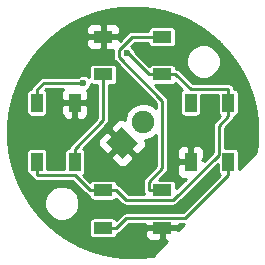
<source format=gtl>
G04 #@! TF.FileFunction,Copper,L1,Top,Signal*
%FSLAX46Y46*%
G04 Gerber Fmt 4.6, Leading zero omitted, Abs format (unit mm)*
G04 Created by KiCad (PCBNEW 4.0.4-stable) date 10/29/16 17:51:51*
%MOMM*%
%LPD*%
G01*
G04 APERTURE LIST*
%ADD10C,0.100000*%
%ADD11R,1.000000X1.600000*%
%ADD12R,1.600000X1.000000*%
%ADD13C,1.900000*%
%ADD14C,0.600000*%
%ADD15C,0.250000*%
%ADD16C,0.254000*%
G04 APERTURE END LIST*
D10*
D11*
X139100000Y-58500000D03*
X135900000Y-58500000D03*
X139100000Y-63500000D03*
X135900000Y-63500000D03*
D12*
X141500000Y-52900000D03*
X141500000Y-56100000D03*
X146500000Y-52900000D03*
X146500000Y-56100000D03*
X146500000Y-69100000D03*
X146500000Y-65900000D03*
X141500000Y-69100000D03*
X141500000Y-65900000D03*
D11*
X148900000Y-63500000D03*
X152100000Y-63500000D03*
X148900000Y-58500000D03*
X152100000Y-58500000D03*
D10*
G36*
X144478858Y-61935355D02*
X143135355Y-63278858D01*
X141721142Y-61864645D01*
X143064645Y-60521142D01*
X144478858Y-61935355D01*
X144478858Y-61935355D01*
G37*
D13*
X144896051Y-60103949D03*
D14*
X144000000Y-70000000D03*
X149000000Y-61000000D03*
X139810900Y-56810800D03*
X143502200Y-54296400D03*
D15*
X146500000Y-69100000D02*
X144900000Y-69100000D01*
X144900000Y-69100000D02*
X144000000Y-70000000D01*
X148900000Y-63500000D02*
X148900000Y-61100000D01*
X148900000Y-61100000D02*
X149000000Y-61000000D01*
X136463900Y-56810800D02*
X135900000Y-57374700D01*
X139810900Y-56810800D02*
X136463900Y-56810800D01*
X135900000Y-58500000D02*
X135900000Y-57374700D01*
X141500000Y-59974700D02*
X139100000Y-62374700D01*
X141500000Y-56100000D02*
X141500000Y-59974700D01*
X139100000Y-63500000D02*
X139100000Y-62374700D01*
X148900000Y-57374700D02*
X147625300Y-56100000D01*
X152100000Y-57374700D02*
X148900000Y-57374700D01*
X146500000Y-56100000D02*
X147625300Y-56100000D01*
X139100000Y-64625300D02*
X135900000Y-64625300D01*
X140374700Y-65900000D02*
X139100000Y-64625300D01*
X141500000Y-65900000D02*
X140374700Y-65900000D01*
X135900000Y-63500000D02*
X135900000Y-64625300D01*
X152100000Y-57937300D02*
X152100000Y-57374700D01*
X152100000Y-57937300D02*
X152100000Y-58500000D01*
X143450600Y-66725300D02*
X142625300Y-65900000D01*
X147434800Y-66725300D02*
X143450600Y-66725300D01*
X151274700Y-62885400D02*
X147434800Y-66725300D01*
X151274700Y-60450600D02*
X151274700Y-62885400D01*
X152100000Y-59625300D02*
X151274700Y-60450600D01*
X152100000Y-58500000D02*
X152100000Y-59625300D01*
X141500000Y-65900000D02*
X142625300Y-65900000D01*
X143571100Y-54296400D02*
X145374700Y-56100000D01*
X143502200Y-54296400D02*
X143571100Y-54296400D01*
X146500000Y-56100000D02*
X145374700Y-56100000D01*
X143980300Y-52900000D02*
X146500000Y-52900000D01*
X142829700Y-54050600D02*
X143980300Y-52900000D01*
X142829700Y-54649300D02*
X142829700Y-54050600D01*
X146500000Y-58319600D02*
X142829700Y-54649300D01*
X146500000Y-64052600D02*
X146500000Y-58319600D01*
X145374700Y-65177900D02*
X146500000Y-64052600D01*
X145374700Y-65900000D02*
X145374700Y-65177900D01*
X146500000Y-65900000D02*
X145374700Y-65900000D01*
X143450600Y-68274700D02*
X142625300Y-69100000D01*
X148450600Y-68274700D02*
X143450600Y-68274700D01*
X152100000Y-64625300D02*
X148450600Y-68274700D01*
X152100000Y-63500000D02*
X152100000Y-64625300D01*
X141500000Y-69100000D02*
X142625300Y-69100000D01*
D16*
G36*
X144064625Y-50440228D02*
X144128177Y-50440796D01*
X144191503Y-50441739D01*
X144254868Y-50443061D01*
X144318338Y-50444763D01*
X144381540Y-50446835D01*
X144445191Y-50449303D01*
X144508346Y-50452128D01*
X144571737Y-50455342D01*
X144635076Y-50458933D01*
X144698497Y-50462908D01*
X144761574Y-50467239D01*
X144825031Y-50471977D01*
X144888130Y-50477067D01*
X144951449Y-50482556D01*
X145014666Y-50488416D01*
X145077663Y-50494636D01*
X145140900Y-50501261D01*
X145203973Y-50508250D01*
X145266957Y-50515610D01*
X145330068Y-50523368D01*
X145393009Y-50531488D01*
X145456027Y-50540001D01*
X145518894Y-50548877D01*
X145581838Y-50558149D01*
X145644547Y-50567770D01*
X145707253Y-50577775D01*
X145770034Y-50588179D01*
X145832634Y-50598940D01*
X145895321Y-50610102D01*
X145957943Y-50621641D01*
X146020193Y-50633498D01*
X146082699Y-50645793D01*
X146145099Y-50658458D01*
X146207468Y-50671507D01*
X146269770Y-50684935D01*
X146331734Y-50698680D01*
X146394102Y-50712909D01*
X146456041Y-50727433D01*
X146517892Y-50742332D01*
X146579953Y-50757676D01*
X146641585Y-50773311D01*
X146703561Y-50789431D01*
X146765032Y-50805818D01*
X146826538Y-50822612D01*
X146888285Y-50839875D01*
X146949634Y-50857427D01*
X147010937Y-50875369D01*
X147072125Y-50893681D01*
X147133182Y-50912355D01*
X147194363Y-50931477D01*
X147255292Y-50950926D01*
X147316227Y-50970786D01*
X147376821Y-50990942D01*
X147437468Y-51011527D01*
X147498131Y-51032530D01*
X147558572Y-51053869D01*
X147618962Y-51075606D01*
X147679151Y-51097686D01*
X147739224Y-51120141D01*
X147799332Y-51143027D01*
X147859229Y-51166254D01*
X147919111Y-51189898D01*
X147978626Y-51213818D01*
X148038311Y-51238233D01*
X148097774Y-51262984D01*
X148157020Y-51288072D01*
X148216270Y-51313592D01*
X148275320Y-51339458D01*
X148334188Y-51365675D01*
X148393100Y-51392349D01*
X148451824Y-51419373D01*
X148510238Y-51446693D01*
X148568742Y-51474495D01*
X148626918Y-51502583D01*
X148685152Y-51531144D01*
X148743171Y-51560046D01*
X148801097Y-51589350D01*
X148858780Y-51618981D01*
X148916395Y-51649030D01*
X148973785Y-51679415D01*
X149031173Y-51710257D01*
X149088227Y-51741376D01*
X149145124Y-51772870D01*
X149202088Y-51804865D01*
X149258747Y-51837155D01*
X149315178Y-51869781D01*
X149371497Y-51902812D01*
X149427712Y-51936254D01*
X149483799Y-51970097D01*
X149539686Y-52004295D01*
X149595348Y-52038836D01*
X149650972Y-52073836D01*
X149706333Y-52109158D01*
X149761431Y-52144796D01*
X149816504Y-52180911D01*
X149871428Y-52217422D01*
X149925944Y-52254155D01*
X149980479Y-52291401D01*
X150034731Y-52328955D01*
X150088958Y-52366998D01*
X150142801Y-52405278D01*
X150196595Y-52444034D01*
X150250209Y-52483175D01*
X150303543Y-52522629D01*
X150356675Y-52562453D01*
X150409693Y-52602714D01*
X150462531Y-52643368D01*
X150515144Y-52684379D01*
X150567481Y-52725707D01*
X150619640Y-52767431D01*
X150671815Y-52809712D01*
X150723542Y-52852174D01*
X150775095Y-52895039D01*
X150826503Y-52938338D01*
X150877665Y-52981984D01*
X150928567Y-53025965D01*
X150979417Y-53070468D01*
X151029924Y-53115239D01*
X151080218Y-53160391D01*
X151130288Y-53205919D01*
X151180225Y-53251903D01*
X151229889Y-53298224D01*
X151279296Y-53344892D01*
X151328548Y-53392008D01*
X151377513Y-53439445D01*
X151426302Y-53487318D01*
X151474970Y-53535679D01*
X151504355Y-53565179D01*
X151533887Y-53595056D01*
X151563119Y-53624861D01*
X151592301Y-53654850D01*
X151621262Y-53684841D01*
X151650182Y-53715024D01*
X151678927Y-53745258D01*
X151707419Y-53775461D01*
X151735694Y-53805667D01*
X151764162Y-53836316D01*
X151792200Y-53866738D01*
X151820253Y-53897416D01*
X151848084Y-53928090D01*
X151875884Y-53958969D01*
X151903490Y-53989871D01*
X151930811Y-54020695D01*
X151958089Y-54051713D01*
X151985198Y-54082780D01*
X152012335Y-54114123D01*
X152039227Y-54145428D01*
X152065888Y-54176711D01*
X152092591Y-54208289D01*
X152118794Y-54239519D01*
X152145197Y-54271238D01*
X152171332Y-54302882D01*
X152197387Y-54334679D01*
X152223160Y-54366382D01*
X152248983Y-54398400D01*
X152274511Y-54430303D01*
X152299920Y-54462310D01*
X152325115Y-54494300D01*
X152350197Y-54526401D01*
X152375286Y-54558769D01*
X152400218Y-54591191D01*
X152425060Y-54623757D01*
X152449525Y-54656088D01*
X152473979Y-54688664D01*
X152498324Y-54721357D01*
X152522420Y-54753979D01*
X152546434Y-54786752D01*
X152570387Y-54819708D01*
X152594035Y-54852511D01*
X152617570Y-54885423D01*
X152640985Y-54918435D01*
X152664307Y-54951584D01*
X152687509Y-54984835D01*
X152710476Y-55018022D01*
X152733368Y-55051373D01*
X152756102Y-55084767D01*
X152778852Y-55118463D01*
X152801294Y-55151984D01*
X152823522Y-55185461D01*
X152845664Y-55219088D01*
X152867664Y-55252779D01*
X152889610Y-55286671D01*
X152911283Y-55320426D01*
X152933024Y-55354571D01*
X152954361Y-55388372D01*
X152975640Y-55422366D01*
X152996882Y-55456591D01*
X153017793Y-55490573D01*
X153038818Y-55525034D01*
X153059563Y-55559332D01*
X153080034Y-55593472D01*
X153100548Y-55627981D01*
X153120857Y-55662442D01*
X153141076Y-55697057D01*
X153161118Y-55731669D01*
X153181010Y-55766326D01*
X153200740Y-55801007D01*
X153220276Y-55835654D01*
X153239860Y-55870696D01*
X153259095Y-55905427D01*
X153278360Y-55940522D01*
X153297355Y-55975444D01*
X153316154Y-56010318D01*
X153335021Y-56045640D01*
X153353710Y-56080952D01*
X153372193Y-56116202D01*
X153390484Y-56151406D01*
X153408629Y-56186655D01*
X153426603Y-56221902D01*
X153444541Y-56257407D01*
X153462361Y-56293016D01*
X153479945Y-56328489D01*
X153497437Y-56364114D01*
X153514773Y-56399762D01*
X153532092Y-56435722D01*
X153549068Y-56471314D01*
X153566033Y-56507230D01*
X153582740Y-56542951D01*
X153599333Y-56578776D01*
X153615820Y-56614730D01*
X153632233Y-56650882D01*
X153648353Y-56686747D01*
X153664436Y-56722894D01*
X153680375Y-56759084D01*
X153696169Y-56795313D01*
X153711792Y-56831522D01*
X153727291Y-56867820D01*
X153742632Y-56904124D01*
X153757923Y-56940691D01*
X153772939Y-56976989D01*
X153787892Y-57013516D01*
X153802584Y-57049798D01*
X153817350Y-57086656D01*
X153831801Y-57123127D01*
X153846150Y-57159739D01*
X153860362Y-57196405D01*
X153874469Y-57233211D01*
X153888432Y-57270051D01*
X153902223Y-57306857D01*
X153915886Y-57343738D01*
X153929381Y-57380588D01*
X153942729Y-57417462D01*
X153956011Y-57454588D01*
X153969026Y-57491398D01*
X153982080Y-57528764D01*
X153994853Y-57565770D01*
X154007456Y-57602727D01*
X154019968Y-57639874D01*
X154032384Y-57677192D01*
X154044621Y-57714432D01*
X154056693Y-57751637D01*
X154068664Y-57789008D01*
X154080540Y-57826562D01*
X154092159Y-57863786D01*
X154103649Y-57901081D01*
X154115115Y-57938798D01*
X154126304Y-57976097D01*
X154137464Y-58013811D01*
X154148379Y-58051204D01*
X154159245Y-58088951D01*
X154169844Y-58126295D01*
X154180495Y-58164354D01*
X154190806Y-58201733D01*
X154201097Y-58239586D01*
X154211178Y-58277217D01*
X154221148Y-58314985D01*
X154231008Y-58352915D01*
X154240715Y-58390823D01*
X154250190Y-58428412D01*
X154259666Y-58466593D01*
X154268917Y-58504469D01*
X154278045Y-58542449D01*
X154287029Y-58580446D01*
X154295826Y-58618277D01*
X154304519Y-58656293D01*
X154313075Y-58694352D01*
X154321515Y-58732559D01*
X154329765Y-58770566D01*
X154337912Y-58808781D01*
X154345886Y-58846874D01*
X154353743Y-58885105D01*
X154361499Y-58923566D01*
X154369061Y-58961791D01*
X154376435Y-58999801D01*
X154383711Y-59038051D01*
X154390876Y-59076490D01*
X154397833Y-59114589D01*
X154404715Y-59153075D01*
X154411427Y-59191432D01*
X154417999Y-59229809D01*
X154424411Y-59268101D01*
X154430750Y-59306831D01*
X154436857Y-59345011D01*
X154442865Y-59383483D01*
X154448705Y-59421811D01*
X154454463Y-59460541D01*
X154460012Y-59498835D01*
X154465479Y-59537555D01*
X154470758Y-59575971D01*
X154475921Y-59614586D01*
X154480933Y-59653146D01*
X154485840Y-59692003D01*
X154490511Y-59730134D01*
X154495152Y-59769188D01*
X154499573Y-59807588D01*
X154503861Y-59846072D01*
X154508059Y-59885056D01*
X154512057Y-59923489D01*
X154515943Y-59962231D01*
X154519690Y-60001011D01*
X154523261Y-60039443D01*
X154526753Y-60078569D01*
X154530066Y-60117297D01*
X154533202Y-60155592D01*
X154536259Y-60194670D01*
X154539133Y-60233239D01*
X154541887Y-60272096D01*
X154544476Y-60310617D01*
X154546947Y-60349503D01*
X154549282Y-60388512D01*
X154551456Y-60427191D01*
X154553486Y-60465832D01*
X154555393Y-60504824D01*
X154557146Y-60543584D01*
X154558756Y-60582316D01*
X154560236Y-60621359D01*
X154561560Y-60659991D01*
X154562745Y-60698708D01*
X154563793Y-60737532D01*
X154564701Y-60776490D01*
X154565464Y-60815339D01*
X154566088Y-60854256D01*
X154566566Y-60892926D01*
X154566907Y-60932088D01*
X154567102Y-60970463D01*
X154567157Y-61009495D01*
X154567072Y-61048270D01*
X154566843Y-61087228D01*
X154566473Y-61126097D01*
X154565960Y-61165044D01*
X154565312Y-61203633D01*
X154564515Y-61242593D01*
X154563579Y-61281411D01*
X154562499Y-61320322D01*
X154561283Y-61359036D01*
X154559929Y-61397667D01*
X154558418Y-61436708D01*
X154556765Y-61475714D01*
X154554989Y-61514330D01*
X154553065Y-61553062D01*
X154550998Y-61591808D01*
X154548778Y-61630764D01*
X154546433Y-61669426D01*
X154543940Y-61708202D01*
X154541309Y-61746903D01*
X154538508Y-61785991D01*
X154535617Y-61824386D01*
X154532534Y-61863420D01*
X154529348Y-61901958D01*
X154526002Y-61940709D01*
X154522527Y-61979313D01*
X154518869Y-62018344D01*
X154515133Y-62056720D01*
X154511209Y-62095536D01*
X154507173Y-62134054D01*
X154502956Y-62172942D01*
X154498636Y-62211455D01*
X154494149Y-62250180D01*
X154489536Y-62288757D01*
X154484793Y-62327230D01*
X154479880Y-62365911D01*
X154474823Y-62404603D01*
X154469669Y-62442935D01*
X154464310Y-62481721D01*
X154458859Y-62520131D01*
X154453256Y-62558597D01*
X154447529Y-62596945D01*
X154441589Y-62635739D01*
X154435594Y-62673950D01*
X154432328Y-62694285D01*
X152988464Y-64138149D01*
X152988464Y-62700000D01*
X152961897Y-62558810D01*
X152878454Y-62429135D01*
X152751134Y-62342141D01*
X152600000Y-62311536D01*
X151780700Y-62311536D01*
X151780700Y-60660192D01*
X152457796Y-59983096D01*
X152567483Y-59818938D01*
X152593436Y-59688464D01*
X152600000Y-59688464D01*
X152741190Y-59661897D01*
X152870865Y-59578454D01*
X152957859Y-59451134D01*
X152988464Y-59300000D01*
X152988464Y-57700000D01*
X152961897Y-57558810D01*
X152878454Y-57429135D01*
X152751134Y-57342141D01*
X152600000Y-57311536D01*
X152593436Y-57311536D01*
X152567483Y-57181062D01*
X152457796Y-57016904D01*
X152293638Y-56907217D01*
X152100000Y-56868700D01*
X149109592Y-56868700D01*
X147983096Y-55742204D01*
X147818938Y-55632517D01*
X147688464Y-55606564D01*
X147688464Y-55600000D01*
X147661897Y-55458810D01*
X147578454Y-55329135D01*
X147526004Y-55293297D01*
X148518743Y-55293297D01*
X148743737Y-55837823D01*
X149159985Y-56254799D01*
X149704118Y-56480743D01*
X150293297Y-56481257D01*
X150837823Y-56256263D01*
X151254799Y-55840015D01*
X151480743Y-55295882D01*
X151481257Y-54706703D01*
X151256263Y-54162177D01*
X150840015Y-53745201D01*
X150295882Y-53519257D01*
X149706703Y-53518743D01*
X149162177Y-53743737D01*
X148745201Y-54159985D01*
X148519257Y-54704118D01*
X148518743Y-55293297D01*
X147526004Y-55293297D01*
X147451134Y-55242141D01*
X147300000Y-55211536D01*
X145700000Y-55211536D01*
X145558810Y-55238103D01*
X145429135Y-55321546D01*
X145381522Y-55391230D01*
X144183291Y-54192999D01*
X144183318Y-54161535D01*
X144079861Y-53911148D01*
X143888459Y-53719413D01*
X143879994Y-53715898D01*
X144189892Y-53406000D01*
X145312665Y-53406000D01*
X145338103Y-53541190D01*
X145421546Y-53670865D01*
X145548866Y-53757859D01*
X145700000Y-53788464D01*
X147300000Y-53788464D01*
X147441190Y-53761897D01*
X147570865Y-53678454D01*
X147657859Y-53551134D01*
X147688464Y-53400000D01*
X147688464Y-52400000D01*
X147661897Y-52258810D01*
X147578454Y-52129135D01*
X147451134Y-52042141D01*
X147300000Y-52011536D01*
X145700000Y-52011536D01*
X145558810Y-52038103D01*
X145429135Y-52121546D01*
X145342141Y-52248866D01*
X145312751Y-52394000D01*
X143980300Y-52394000D01*
X143786662Y-52432517D01*
X143622504Y-52542204D01*
X142935000Y-53229708D01*
X142935000Y-53185750D01*
X142776250Y-53027000D01*
X141627000Y-53027000D01*
X141627000Y-53876250D01*
X141785750Y-54035000D01*
X142326803Y-54035000D01*
X142323700Y-54050600D01*
X142323700Y-54649300D01*
X142362217Y-54842938D01*
X142471904Y-55007096D01*
X145994000Y-58529192D01*
X145994000Y-58971652D01*
X145790516Y-58767813D01*
X145211112Y-58527224D01*
X144583743Y-58526676D01*
X144003919Y-58766254D01*
X143559915Y-59209484D01*
X143319326Y-59788888D01*
X143319195Y-59939261D01*
X143190954Y-59886142D01*
X142938336Y-59886142D01*
X142704947Y-59982814D01*
X142145936Y-60541825D01*
X142145936Y-60766331D01*
X143100000Y-61720395D01*
X143114143Y-61706253D01*
X143293748Y-61885858D01*
X143279605Y-61900000D01*
X144233669Y-62854064D01*
X144458175Y-62854064D01*
X145017186Y-62295053D01*
X145113858Y-62061664D01*
X145113858Y-61809046D01*
X145060858Y-61681093D01*
X145208359Y-61681222D01*
X145788183Y-61441644D01*
X145994000Y-61236186D01*
X145994000Y-63843008D01*
X145016904Y-64820104D01*
X144907217Y-64984262D01*
X144868700Y-65177900D01*
X144868700Y-65900000D01*
X144907217Y-66093638D01*
X144991182Y-66219300D01*
X143660192Y-66219300D01*
X142983096Y-65542204D01*
X142818938Y-65432517D01*
X142688464Y-65406564D01*
X142688464Y-65400000D01*
X142661897Y-65258810D01*
X142578454Y-65129135D01*
X142451134Y-65042141D01*
X142300000Y-65011536D01*
X140700000Y-65011536D01*
X140558810Y-65038103D01*
X140429135Y-65121546D01*
X140381522Y-65191230D01*
X139808729Y-64618437D01*
X139870865Y-64578454D01*
X139957859Y-64451134D01*
X139988464Y-64300000D01*
X139988464Y-62998314D01*
X142181292Y-62998314D01*
X142181292Y-63222820D01*
X142775656Y-63817185D01*
X143009046Y-63913858D01*
X143261664Y-63913858D01*
X143495053Y-63817186D01*
X144054064Y-63258175D01*
X144054064Y-63033669D01*
X143100000Y-62079605D01*
X142181292Y-62998314D01*
X139988464Y-62998314D01*
X139988464Y-62700000D01*
X139961897Y-62558810D01*
X139878454Y-62429135D01*
X139808770Y-62381522D01*
X140451956Y-61738336D01*
X141086142Y-61738336D01*
X141086142Y-61990954D01*
X141182815Y-62224344D01*
X141777180Y-62818708D01*
X142001686Y-62818708D01*
X142920395Y-61900000D01*
X141966331Y-60945936D01*
X141741825Y-60945936D01*
X141182814Y-61504947D01*
X141086142Y-61738336D01*
X140451956Y-61738336D01*
X141857796Y-60332496D01*
X141870018Y-60314204D01*
X141967483Y-60168338D01*
X142006000Y-59974700D01*
X142006000Y-56988464D01*
X142300000Y-56988464D01*
X142441190Y-56961897D01*
X142570865Y-56878454D01*
X142657859Y-56751134D01*
X142688464Y-56600000D01*
X142688464Y-55600000D01*
X142661897Y-55458810D01*
X142578454Y-55329135D01*
X142451134Y-55242141D01*
X142300000Y-55211536D01*
X140700000Y-55211536D01*
X140558810Y-55238103D01*
X140429135Y-55321546D01*
X140342141Y-55448866D01*
X140311536Y-55600000D01*
X140311536Y-56348389D01*
X140197159Y-56233813D01*
X139946954Y-56129918D01*
X139676035Y-56129682D01*
X139425648Y-56233139D01*
X139353862Y-56304800D01*
X136463900Y-56304800D01*
X136270262Y-56343317D01*
X136106104Y-56453004D01*
X135542204Y-57016904D01*
X135432517Y-57181062D01*
X135406564Y-57311536D01*
X135400000Y-57311536D01*
X135258810Y-57338103D01*
X135129135Y-57421546D01*
X135042141Y-57548866D01*
X135011536Y-57700000D01*
X135011536Y-59300000D01*
X135038103Y-59441190D01*
X135121546Y-59570865D01*
X135248866Y-59657859D01*
X135400000Y-59688464D01*
X136400000Y-59688464D01*
X136541190Y-59661897D01*
X136670865Y-59578454D01*
X136757859Y-59451134D01*
X136788464Y-59300000D01*
X136788464Y-58785750D01*
X137965000Y-58785750D01*
X137965000Y-59426309D01*
X138061673Y-59659698D01*
X138240301Y-59838327D01*
X138473690Y-59935000D01*
X138814250Y-59935000D01*
X138973000Y-59776250D01*
X138973000Y-58627000D01*
X139227000Y-58627000D01*
X139227000Y-59776250D01*
X139385750Y-59935000D01*
X139726310Y-59935000D01*
X139959699Y-59838327D01*
X140138327Y-59659698D01*
X140235000Y-59426309D01*
X140235000Y-58785750D01*
X140076250Y-58627000D01*
X139227000Y-58627000D01*
X138973000Y-58627000D01*
X138123750Y-58627000D01*
X137965000Y-58785750D01*
X136788464Y-58785750D01*
X136788464Y-57700000D01*
X136761897Y-57558810D01*
X136678454Y-57429135D01*
X136608770Y-57381522D01*
X136673492Y-57316800D01*
X138085175Y-57316800D01*
X138061673Y-57340302D01*
X137965000Y-57573691D01*
X137965000Y-58214250D01*
X138123750Y-58373000D01*
X138973000Y-58373000D01*
X138973000Y-58353000D01*
X139227000Y-58353000D01*
X139227000Y-58373000D01*
X140076250Y-58373000D01*
X140235000Y-58214250D01*
X140235000Y-57573691D01*
X140163810Y-57401824D01*
X140196152Y-57388461D01*
X140387887Y-57197059D01*
X140491782Y-56946854D01*
X140491806Y-56918872D01*
X140548866Y-56957859D01*
X140700000Y-56988464D01*
X140994000Y-56988464D01*
X140994000Y-59765108D01*
X138742204Y-62016904D01*
X138632517Y-62181062D01*
X138606564Y-62311536D01*
X138600000Y-62311536D01*
X138458810Y-62338103D01*
X138329135Y-62421546D01*
X138242141Y-62548866D01*
X138211536Y-62700000D01*
X138211536Y-64119300D01*
X136788464Y-64119300D01*
X136788464Y-62700000D01*
X136761897Y-62558810D01*
X136678454Y-62429135D01*
X136551134Y-62342141D01*
X136400000Y-62311536D01*
X135400000Y-62311536D01*
X135258810Y-62338103D01*
X135129135Y-62421546D01*
X135042141Y-62548866D01*
X135011536Y-62700000D01*
X135011536Y-64300000D01*
X135038103Y-64441190D01*
X135121546Y-64570865D01*
X135248866Y-64657859D01*
X135400000Y-64688464D01*
X135406564Y-64688464D01*
X135432517Y-64818938D01*
X135542204Y-64983096D01*
X135706362Y-65092783D01*
X135900000Y-65131300D01*
X138890408Y-65131300D01*
X140016904Y-66257796D01*
X140181062Y-66367483D01*
X140311536Y-66393436D01*
X140311536Y-66400000D01*
X140338103Y-66541190D01*
X140421546Y-66670865D01*
X140548866Y-66757859D01*
X140700000Y-66788464D01*
X142300000Y-66788464D01*
X142441190Y-66761897D01*
X142570865Y-66678454D01*
X142618478Y-66608770D01*
X143092804Y-67083096D01*
X143256962Y-67192783D01*
X143450600Y-67231300D01*
X147434800Y-67231300D01*
X147628438Y-67192783D01*
X147792596Y-67083096D01*
X151211536Y-63664156D01*
X151211536Y-64300000D01*
X151238103Y-64441190D01*
X151321546Y-64570865D01*
X151391230Y-64618478D01*
X148241008Y-67768700D01*
X143450600Y-67768700D01*
X143256962Y-67807217D01*
X143092804Y-67916904D01*
X142618437Y-68391271D01*
X142578454Y-68329135D01*
X142451134Y-68242141D01*
X142300000Y-68211536D01*
X140700000Y-68211536D01*
X140558810Y-68238103D01*
X140429135Y-68321546D01*
X140342141Y-68448866D01*
X140311536Y-68600000D01*
X140311536Y-69600000D01*
X140338103Y-69741190D01*
X140421546Y-69870865D01*
X140548866Y-69957859D01*
X140700000Y-69988464D01*
X142300000Y-69988464D01*
X142441190Y-69961897D01*
X142570865Y-69878454D01*
X142657859Y-69751134D01*
X142688464Y-69600000D01*
X142688464Y-69593436D01*
X142818938Y-69567483D01*
X142983096Y-69457796D01*
X143055142Y-69385750D01*
X145065000Y-69385750D01*
X145065000Y-69726310D01*
X145161673Y-69959699D01*
X145340302Y-70138327D01*
X145573691Y-70235000D01*
X146214250Y-70235000D01*
X146373000Y-70076250D01*
X146373000Y-69227000D01*
X145223750Y-69227000D01*
X145065000Y-69385750D01*
X143055142Y-69385750D01*
X143660192Y-68780700D01*
X145065000Y-68780700D01*
X145065000Y-68814250D01*
X145223750Y-68973000D01*
X146373000Y-68973000D01*
X146373000Y-68953000D01*
X146627000Y-68953000D01*
X146627000Y-68973000D01*
X147776250Y-68973000D01*
X147935000Y-68814250D01*
X147935000Y-68780700D01*
X148345912Y-68780700D01*
X147837931Y-69288681D01*
X147776250Y-69227000D01*
X146627000Y-69227000D01*
X146627000Y-70076250D01*
X146785750Y-70235000D01*
X146891612Y-70235000D01*
X145686431Y-71440181D01*
X145666357Y-71443405D01*
X145627630Y-71449480D01*
X145589206Y-71455363D01*
X145550658Y-71461120D01*
X145512273Y-71466711D01*
X145473802Y-71472170D01*
X145434980Y-71477532D01*
X145396706Y-71482677D01*
X145358004Y-71487736D01*
X145319567Y-71492617D01*
X145280712Y-71497406D01*
X145242271Y-71502002D01*
X145203520Y-71506492D01*
X145165160Y-71510794D01*
X145126165Y-71515023D01*
X145087643Y-71519058D01*
X145048908Y-71522973D01*
X145010448Y-71526718D01*
X144971367Y-71530379D01*
X144932885Y-71533843D01*
X144894119Y-71537189D01*
X144855511Y-71540379D01*
X144816492Y-71543461D01*
X144777987Y-71546360D01*
X144739249Y-71549134D01*
X144700305Y-71551782D01*
X144661464Y-71554279D01*
X144622966Y-71556612D01*
X144583872Y-71558840D01*
X144545473Y-71560886D01*
X144506572Y-71562819D01*
X144467557Y-71564614D01*
X144428824Y-71566254D01*
X144389872Y-71567760D01*
X144351223Y-71569115D01*
X144312332Y-71570335D01*
X144273526Y-71571411D01*
X144234653Y-71572348D01*
X144195846Y-71573140D01*
X144157069Y-71573792D01*
X144118275Y-71574300D01*
X144079294Y-71574671D01*
X144040399Y-71574898D01*
X144001757Y-71574983D01*
X143962568Y-71574926D01*
X143924191Y-71574730D01*
X143885032Y-71574388D01*
X143846360Y-71573909D01*
X143807229Y-71573281D01*
X143768813Y-71572524D01*
X143729634Y-71571610D01*
X143691078Y-71570570D01*
X143652102Y-71569375D01*
X143613306Y-71568045D01*
X143574581Y-71566575D01*
X143535679Y-71564957D01*
X143496941Y-71563205D01*
X143458208Y-71561310D01*
X143419231Y-71559261D01*
X143380450Y-71557080D01*
X143341602Y-71554753D01*
X143302938Y-71552296D01*
X143264177Y-71549690D01*
X143225315Y-71546935D01*
X143186784Y-71544062D01*
X143147986Y-71541026D01*
X143109162Y-71537846D01*
X143070621Y-71534548D01*
X143031602Y-71531063D01*
X142993107Y-71527485D01*
X142954364Y-71523740D01*
X142915591Y-71519850D01*
X142876919Y-71515826D01*
X142838131Y-71511646D01*
X142799750Y-71507369D01*
X142761082Y-71502917D01*
X142722606Y-71498343D01*
X142683750Y-71493581D01*
X142645319Y-71488728D01*
X142606679Y-71483704D01*
X142568025Y-71478534D01*
X142529775Y-71473276D01*
X142491176Y-71467825D01*
X142452462Y-71462214D01*
X142414143Y-71456517D01*
X142375676Y-71450653D01*
X142337334Y-71444665D01*
X142298758Y-71438495D01*
X142260128Y-71432170D01*
X142222097Y-71425800D01*
X142183482Y-71419187D01*
X142145163Y-71412479D01*
X142106842Y-71405626D01*
X142068455Y-71398615D01*
X142030270Y-71391496D01*
X141992056Y-71384226D01*
X141953621Y-71376767D01*
X141915632Y-71369250D01*
X141877274Y-71361514D01*
X141838965Y-71353639D01*
X141800994Y-71345689D01*
X141762778Y-71337540D01*
X141724565Y-71329245D01*
X141686714Y-71320882D01*
X141648555Y-71312303D01*
X141610399Y-71303577D01*
X141572612Y-71294789D01*
X141534488Y-71285773D01*
X141496468Y-71276634D01*
X141458670Y-71267400D01*
X141420861Y-71258016D01*
X141382892Y-71248443D01*
X141344959Y-71238730D01*
X141307328Y-71228945D01*
X141269502Y-71218960D01*
X141231577Y-71208799D01*
X141194063Y-71198598D01*
X141156173Y-71188144D01*
X141118685Y-71177652D01*
X141081177Y-71167004D01*
X141043192Y-71156069D01*
X141005686Y-71145119D01*
X140968465Y-71134104D01*
X140930631Y-71122753D01*
X140893483Y-71111459D01*
X140855955Y-71099895D01*
X140818634Y-71088246D01*
X140781211Y-71076409D01*
X140743929Y-71064464D01*
X140706413Y-71052292D01*
X140669193Y-71040059D01*
X140632046Y-71027699D01*
X140594789Y-71015147D01*
X140557987Y-71002596D01*
X140520560Y-70989676D01*
X140483741Y-70976811D01*
X140446706Y-70963716D01*
X140409639Y-70950454D01*
X140372843Y-70937133D01*
X140335836Y-70923579D01*
X140298957Y-70909915D01*
X140262153Y-70896122D01*
X140225399Y-70882191D01*
X140188669Y-70868111D01*
X140152062Y-70853921D01*
X140115466Y-70839578D01*
X140078789Y-70825044D01*
X140042027Y-70810316D01*
X140005774Y-70795634D01*
X139969308Y-70780707D01*
X139932801Y-70765602D01*
X139896348Y-70750358D01*
X139859839Y-70734929D01*
X139823814Y-70719544D01*
X139787501Y-70703876D01*
X139751252Y-70688072D01*
X139715054Y-70672128D01*
X139679003Y-70656086D01*
X139642987Y-70639898D01*
X139607033Y-70623573D01*
X139571000Y-70607048D01*
X139535143Y-70590439D01*
X139499264Y-70573656D01*
X139463407Y-70556718D01*
X139427760Y-70539713D01*
X139391860Y-70522422D01*
X139356265Y-70505109D01*
X139320910Y-70487749D01*
X139285154Y-70470023D01*
X139249732Y-70452295D01*
X139214303Y-70434397D01*
X139178861Y-70416320D01*
X139143552Y-70398145D01*
X139108138Y-70379743D01*
X139073051Y-70361342D01*
X139037786Y-70342676D01*
X139002763Y-70323969D01*
X138967793Y-70305118D01*
X138932700Y-70286029D01*
X138897894Y-70266923D01*
X138862820Y-70247495D01*
X138827957Y-70228011D01*
X138793381Y-70208515D01*
X138758402Y-70188614D01*
X138723873Y-70168795D01*
X138689395Y-70148830D01*
X138654720Y-70128572D01*
X138620370Y-70108330D01*
X138585978Y-70087886D01*
X138551388Y-70067142D01*
X138517206Y-70046467D01*
X138483048Y-70025626D01*
X138448878Y-70004599D01*
X138414616Y-69983334D01*
X138380687Y-69962095D01*
X138346635Y-69940596D01*
X138312913Y-69919124D01*
X138278793Y-69897215D01*
X138245156Y-69875434D01*
X138211386Y-69853382D01*
X138177791Y-69831260D01*
X138144237Y-69808980D01*
X138110781Y-69786580D01*
X138077254Y-69763945D01*
X138043742Y-69741131D01*
X138010492Y-69718308D01*
X137977204Y-69695271D01*
X137943968Y-69672079D01*
X137911053Y-69648922D01*
X137877980Y-69625464D01*
X137844926Y-69601827D01*
X137811839Y-69577973D01*
X137779251Y-69554286D01*
X137746393Y-69530210D01*
X137713571Y-69505965D01*
X137681099Y-69481785D01*
X137648395Y-69457234D01*
X137615998Y-69432718D01*
X137583753Y-69408120D01*
X137551290Y-69383159D01*
X137519025Y-69358149D01*
X137486807Y-69332977D01*
X137454769Y-69307744D01*
X137422656Y-69282251D01*
X137390519Y-69256535D01*
X137358737Y-69230899D01*
X137326950Y-69205057D01*
X137295121Y-69178975D01*
X137263684Y-69153012D01*
X137232151Y-69126762D01*
X137200462Y-69100174D01*
X137169117Y-69073667D01*
X137137803Y-69046979D01*
X137106413Y-69020014D01*
X137075142Y-68992938D01*
X137044236Y-68965969D01*
X137013193Y-68938668D01*
X136982336Y-68911319D01*
X136951331Y-68883622D01*
X136920586Y-68855942D01*
X136889882Y-68828084D01*
X136859359Y-68800170D01*
X136828791Y-68772001D01*
X136798393Y-68743766D01*
X136767962Y-68715281D01*
X136737685Y-68686720D01*
X136707415Y-68657941D01*
X136677300Y-68629087D01*
X136647385Y-68600200D01*
X136617280Y-68570902D01*
X136587529Y-68541723D01*
X136557655Y-68512195D01*
X136528172Y-68482827D01*
X136479809Y-68434156D01*
X136431993Y-68385424D01*
X136384406Y-68336305D01*
X136337376Y-68287143D01*
X136290615Y-68237639D01*
X136244399Y-68188087D01*
X136198435Y-68138175D01*
X136152873Y-68088067D01*
X136107741Y-68037797D01*
X136062898Y-67987209D01*
X136018430Y-67936401D01*
X135974494Y-67885555D01*
X135930766Y-67834298D01*
X135887562Y-67783003D01*
X135844558Y-67731286D01*
X135802083Y-67679543D01*
X135759865Y-67627447D01*
X135718194Y-67575358D01*
X135676764Y-67522893D01*
X135635798Y-67470340D01*
X135595198Y-67417574D01*
X135554900Y-67364511D01*
X135515060Y-67311363D01*
X135501696Y-67293297D01*
X136518743Y-67293297D01*
X136743737Y-67837823D01*
X137159985Y-68254799D01*
X137704118Y-68480743D01*
X138293297Y-68481257D01*
X138837823Y-68256263D01*
X139254799Y-67840015D01*
X139480743Y-67295882D01*
X139481257Y-66706703D01*
X139256263Y-66162177D01*
X138840015Y-65745201D01*
X138295882Y-65519257D01*
X137706703Y-65518743D01*
X137162177Y-65743737D01*
X136745201Y-66159985D01*
X136519257Y-66704118D01*
X136518743Y-67293297D01*
X135501696Y-67293297D01*
X135475555Y-67257961D01*
X135436413Y-67204348D01*
X135397711Y-67150633D01*
X135359370Y-67096707D01*
X135321394Y-67042578D01*
X135283795Y-66988266D01*
X135246624Y-66933842D01*
X135209707Y-66879058D01*
X135173203Y-66824148D01*
X135137165Y-66769192D01*
X135101497Y-66714054D01*
X135066142Y-66658642D01*
X135031223Y-66603152D01*
X134996685Y-66547497D01*
X134962416Y-66491500D01*
X134928673Y-66435581D01*
X134895192Y-66379306D01*
X134862131Y-66322940D01*
X134829482Y-66266474D01*
X134797176Y-66209791D01*
X134765225Y-66152909D01*
X134733763Y-66096076D01*
X134702564Y-66038882D01*
X134671735Y-65981522D01*
X134641326Y-65924090D01*
X134611307Y-65866538D01*
X134581653Y-65808815D01*
X134552375Y-65750946D01*
X134523466Y-65692917D01*
X134494879Y-65634636D01*
X134466811Y-65576506D01*
X134439063Y-65518124D01*
X134411659Y-65459534D01*
X134384622Y-65400791D01*
X134357965Y-65341919D01*
X134331734Y-65283029D01*
X134305817Y-65223863D01*
X134280331Y-65164698D01*
X134255288Y-65105564D01*
X134230515Y-65046053D01*
X134206135Y-64986460D01*
X134182091Y-64926645D01*
X134158519Y-64866948D01*
X134135312Y-64807111D01*
X134112431Y-64747026D01*
X134089962Y-64686920D01*
X134067783Y-64626467D01*
X134046077Y-64566164D01*
X134024793Y-64505886D01*
X134003764Y-64445155D01*
X133983230Y-64384665D01*
X133962959Y-64323735D01*
X133943127Y-64262886D01*
X133923659Y-64201904D01*
X133904619Y-64140986D01*
X133885930Y-64079893D01*
X133867584Y-64018598D01*
X133849647Y-63957316D01*
X133832030Y-63895748D01*
X133814859Y-63834335D01*
X133798061Y-63772827D01*
X133781628Y-63711187D01*
X133765555Y-63649400D01*
X133749872Y-63587582D01*
X133734553Y-63525636D01*
X133719658Y-63463805D01*
X133705071Y-63401609D01*
X133690943Y-63339692D01*
X133677105Y-63277315D01*
X133663717Y-63215204D01*
X133650672Y-63152865D01*
X133637994Y-63090406D01*
X133625733Y-63028085D01*
X133613805Y-62965474D01*
X133602282Y-62902945D01*
X133591156Y-62840469D01*
X133580356Y-62777646D01*
X133569972Y-62714989D01*
X133559956Y-62652228D01*
X133550337Y-62589543D01*
X133541062Y-62526586D01*
X133532171Y-62463626D01*
X133523687Y-62400832D01*
X133515560Y-62337849D01*
X133507788Y-62274624D01*
X133500435Y-62211723D01*
X133493444Y-62148641D01*
X133486835Y-62085569D01*
X133480565Y-62022065D01*
X133474734Y-61959173D01*
X133469259Y-61896022D01*
X133464147Y-61832661D01*
X133459421Y-61769388D01*
X133455071Y-61706058D01*
X133451112Y-61642908D01*
X133447519Y-61579534D01*
X133444300Y-61516066D01*
X133441467Y-61452759D01*
X133439010Y-61389401D01*
X133436935Y-61326110D01*
X133435230Y-61262582D01*
X133433909Y-61199273D01*
X133432964Y-61135881D01*
X133432396Y-61072371D01*
X133432208Y-61009013D01*
X133432396Y-60945654D01*
X133432964Y-60882145D01*
X133433909Y-60818752D01*
X133435231Y-60755402D01*
X133436935Y-60691915D01*
X133439011Y-60628618D01*
X133441467Y-60565266D01*
X133444300Y-60501959D01*
X133447519Y-60438493D01*
X133451112Y-60375118D01*
X133455072Y-60311959D01*
X133459419Y-60248661D01*
X133464148Y-60185353D01*
X133469259Y-60122005D01*
X133474734Y-60058854D01*
X133480579Y-59995819D01*
X133486834Y-59932476D01*
X133493444Y-59869387D01*
X133500435Y-59806305D01*
X133507788Y-59743405D01*
X133515563Y-59680160D01*
X133523687Y-59617197D01*
X133532171Y-59554403D01*
X133541062Y-59491444D01*
X133550336Y-59428489D01*
X133559960Y-59365779D01*
X133569972Y-59303042D01*
X133580347Y-59240438D01*
X133591133Y-59177693D01*
X133602300Y-59114988D01*
X133613810Y-59052532D01*
X133625733Y-58989948D01*
X133638018Y-58927503D01*
X133650678Y-58865144D01*
X133663731Y-58802766D01*
X133677124Y-58740632D01*
X133690905Y-58678513D01*
X133705088Y-58616357D01*
X133719649Y-58554272D01*
X133734572Y-58492328D01*
X133749862Y-58430496D01*
X133765544Y-58368681D01*
X133781617Y-58306895D01*
X133798062Y-58245213D01*
X133814847Y-58183750D01*
X133832042Y-58122252D01*
X133849665Y-58060664D01*
X133867595Y-57999407D01*
X133885942Y-57938109D01*
X133904604Y-57877106D01*
X133923719Y-57815950D01*
X133943155Y-57755069D01*
X133962972Y-57694274D01*
X133983196Y-57633484D01*
X134003828Y-57572708D01*
X134024743Y-57512307D01*
X134046114Y-57451785D01*
X134067810Y-57391509D01*
X134089932Y-57331212D01*
X134112403Y-57271102D01*
X134135307Y-57210958D01*
X134158529Y-57151082D01*
X134182161Y-57091236D01*
X134206111Y-57031655D01*
X134230453Y-56972155D01*
X134255293Y-56912484D01*
X134280346Y-56853326D01*
X134305817Y-56794199D01*
X134331720Y-56735065D01*
X134358014Y-56676033D01*
X134384646Y-56617223D01*
X134411656Y-56558538D01*
X134439064Y-56499941D01*
X134466822Y-56441540D01*
X134494912Y-56383364D01*
X134523491Y-56325102D01*
X134552401Y-56267073D01*
X134581621Y-56209321D01*
X134611270Y-56151609D01*
X134641350Y-56093940D01*
X134671771Y-56036487D01*
X134702519Y-55979279D01*
X134733668Y-55922177D01*
X134765290Y-55865054D01*
X134797161Y-55808318D01*
X134829458Y-55751652D01*
X134862157Y-55695099D01*
X134895243Y-55638693D01*
X134928653Y-55582541D01*
X134962455Y-55526525D01*
X134996619Y-55470700D01*
X135031173Y-55415021D01*
X135066202Y-55359358D01*
X135101422Y-55304158D01*
X135137163Y-55248907D01*
X135173268Y-55193853D01*
X135209703Y-55139047D01*
X135246680Y-55084174D01*
X135283722Y-55029943D01*
X135321390Y-54975532D01*
X135359356Y-54921418D01*
X135397629Y-54867588D01*
X135436473Y-54813677D01*
X135475608Y-54760078D01*
X135514996Y-54706836D01*
X135554933Y-54653558D01*
X135595093Y-54600678D01*
X135635758Y-54547828D01*
X135676779Y-54495206D01*
X135718107Y-54442872D01*
X135759905Y-54390626D01*
X135802011Y-54338668D01*
X135844588Y-54286804D01*
X135887485Y-54235216D01*
X135930775Y-54183820D01*
X135974396Y-54132691D01*
X136018370Y-54081802D01*
X136062919Y-54030903D01*
X136107663Y-53980427D01*
X136152793Y-53930160D01*
X136198494Y-53879902D01*
X136244387Y-53830070D01*
X136290682Y-53780434D01*
X136337354Y-53731027D01*
X136384480Y-53681766D01*
X136431984Y-53632735D01*
X136479791Y-53584015D01*
X136527998Y-53535503D01*
X136576489Y-53487315D01*
X136625295Y-53439427D01*
X136674157Y-53392085D01*
X136723492Y-53344889D01*
X136772875Y-53298241D01*
X136822515Y-53251942D01*
X136872555Y-53205860D01*
X136894670Y-53185750D01*
X140065000Y-53185750D01*
X140065000Y-53526310D01*
X140161673Y-53759699D01*
X140340302Y-53938327D01*
X140573691Y-54035000D01*
X141214250Y-54035000D01*
X141373000Y-53876250D01*
X141373000Y-53027000D01*
X140223750Y-53027000D01*
X140065000Y-53185750D01*
X136894670Y-53185750D01*
X136922587Y-53160366D01*
X136972873Y-53115219D01*
X137023411Y-53070420D01*
X137074151Y-53026012D01*
X137125043Y-52982036D01*
X137176255Y-52938345D01*
X137227590Y-52895108D01*
X137279133Y-52852248D01*
X137331013Y-52809658D01*
X137383014Y-52767519D01*
X137435166Y-52725797D01*
X137487624Y-52684371D01*
X137540202Y-52643387D01*
X137592919Y-52602826D01*
X137646031Y-52562489D01*
X137699120Y-52522697D01*
X137752465Y-52483233D01*
X137806152Y-52444037D01*
X137859803Y-52405382D01*
X137913856Y-52366951D01*
X137967915Y-52329025D01*
X138022287Y-52291387D01*
X138048197Y-52273690D01*
X140065000Y-52273690D01*
X140065000Y-52614250D01*
X140223750Y-52773000D01*
X141373000Y-52773000D01*
X141373000Y-51923750D01*
X141627000Y-51923750D01*
X141627000Y-52773000D01*
X142776250Y-52773000D01*
X142935000Y-52614250D01*
X142935000Y-52273690D01*
X142838327Y-52040301D01*
X142659698Y-51861673D01*
X142426309Y-51765000D01*
X141785750Y-51765000D01*
X141627000Y-51923750D01*
X141373000Y-51923750D01*
X141214250Y-51765000D01*
X140573691Y-51765000D01*
X140340302Y-51861673D01*
X140161673Y-52040301D01*
X140065000Y-52273690D01*
X138048197Y-52273690D01*
X138076681Y-52254236D01*
X138131300Y-52217432D01*
X138186177Y-52180952D01*
X138241214Y-52144860D01*
X138296446Y-52109132D01*
X138351719Y-52073867D01*
X138407261Y-52038917D01*
X138463076Y-52004280D01*
X138518897Y-51970121D01*
X138574798Y-51936390D01*
X138631060Y-51902916D01*
X138687404Y-51869869D01*
X138743944Y-51837180D01*
X138800653Y-51804860D01*
X138857478Y-51772943D01*
X138914390Y-51741438D01*
X138971565Y-51710251D01*
X139028851Y-51679464D01*
X139086181Y-51649109D01*
X139143812Y-51619051D01*
X139201465Y-51589434D01*
X139259472Y-51560087D01*
X139317419Y-51531220D01*
X139375523Y-51502721D01*
X139433837Y-51474565D01*
X139492203Y-51446826D01*
X139550795Y-51419422D01*
X139609584Y-51392366D01*
X139668342Y-51365761D01*
X139727278Y-51339512D01*
X139786453Y-51313591D01*
X139845521Y-51288149D01*
X139904914Y-51262997D01*
X139964241Y-51238301D01*
X140023957Y-51213873D01*
X140083497Y-51189941D01*
X140143402Y-51166287D01*
X140203230Y-51143086D01*
X140263273Y-51120223D01*
X140323591Y-51097676D01*
X140383610Y-51075658D01*
X140444096Y-51053886D01*
X140504507Y-51032556D01*
X140564982Y-51011617D01*
X140625770Y-50990983D01*
X140686456Y-50970795D01*
X140747353Y-50950947D01*
X140808353Y-50931475D01*
X140869368Y-50912405D01*
X140930427Y-50893728D01*
X140991781Y-50875367D01*
X141052950Y-50857463D01*
X141114482Y-50839858D01*
X141175893Y-50822689D01*
X141237545Y-50805853D01*
X141299214Y-50789414D01*
X141360865Y-50773378D01*
X141422773Y-50757673D01*
X141484486Y-50742412D01*
X141546510Y-50727471D01*
X141608556Y-50712920D01*
X141670688Y-50698743D01*
X141732908Y-50684941D01*
X141795069Y-50671543D01*
X141857418Y-50658497D01*
X141919889Y-50645817D01*
X141982190Y-50633561D01*
X142044762Y-50621641D01*
X142107280Y-50610120D01*
X142169737Y-50598998D01*
X142232526Y-50588204D01*
X142295280Y-50577803D01*
X142357986Y-50567797D01*
X142420745Y-50558167D01*
X142483704Y-50548893D01*
X142546649Y-50540004D01*
X142609404Y-50531525D01*
X142672419Y-50523395D01*
X142735670Y-50515619D01*
X142798570Y-50508267D01*
X142861569Y-50501285D01*
X142924748Y-50494666D01*
X142987916Y-50488428D01*
X143051253Y-50482556D01*
X143114253Y-50477094D01*
X143177685Y-50471976D01*
X143240808Y-50467262D01*
X143304218Y-50462907D01*
X143367313Y-50458951D01*
X143430811Y-50455350D01*
X143494209Y-50452135D01*
X143557517Y-50449302D01*
X143620846Y-50446847D01*
X143684203Y-50444768D01*
X143747678Y-50443064D01*
X143811042Y-50441742D01*
X143874371Y-50440798D01*
X143937921Y-50440229D01*
X144001273Y-50440040D01*
X144064625Y-50440228D01*
X144064625Y-50440228D01*
G37*
X144064625Y-50440228D02*
X144128177Y-50440796D01*
X144191503Y-50441739D01*
X144254868Y-50443061D01*
X144318338Y-50444763D01*
X144381540Y-50446835D01*
X144445191Y-50449303D01*
X144508346Y-50452128D01*
X144571737Y-50455342D01*
X144635076Y-50458933D01*
X144698497Y-50462908D01*
X144761574Y-50467239D01*
X144825031Y-50471977D01*
X144888130Y-50477067D01*
X144951449Y-50482556D01*
X145014666Y-50488416D01*
X145077663Y-50494636D01*
X145140900Y-50501261D01*
X145203973Y-50508250D01*
X145266957Y-50515610D01*
X145330068Y-50523368D01*
X145393009Y-50531488D01*
X145456027Y-50540001D01*
X145518894Y-50548877D01*
X145581838Y-50558149D01*
X145644547Y-50567770D01*
X145707253Y-50577775D01*
X145770034Y-50588179D01*
X145832634Y-50598940D01*
X145895321Y-50610102D01*
X145957943Y-50621641D01*
X146020193Y-50633498D01*
X146082699Y-50645793D01*
X146145099Y-50658458D01*
X146207468Y-50671507D01*
X146269770Y-50684935D01*
X146331734Y-50698680D01*
X146394102Y-50712909D01*
X146456041Y-50727433D01*
X146517892Y-50742332D01*
X146579953Y-50757676D01*
X146641585Y-50773311D01*
X146703561Y-50789431D01*
X146765032Y-50805818D01*
X146826538Y-50822612D01*
X146888285Y-50839875D01*
X146949634Y-50857427D01*
X147010937Y-50875369D01*
X147072125Y-50893681D01*
X147133182Y-50912355D01*
X147194363Y-50931477D01*
X147255292Y-50950926D01*
X147316227Y-50970786D01*
X147376821Y-50990942D01*
X147437468Y-51011527D01*
X147498131Y-51032530D01*
X147558572Y-51053869D01*
X147618962Y-51075606D01*
X147679151Y-51097686D01*
X147739224Y-51120141D01*
X147799332Y-51143027D01*
X147859229Y-51166254D01*
X147919111Y-51189898D01*
X147978626Y-51213818D01*
X148038311Y-51238233D01*
X148097774Y-51262984D01*
X148157020Y-51288072D01*
X148216270Y-51313592D01*
X148275320Y-51339458D01*
X148334188Y-51365675D01*
X148393100Y-51392349D01*
X148451824Y-51419373D01*
X148510238Y-51446693D01*
X148568742Y-51474495D01*
X148626918Y-51502583D01*
X148685152Y-51531144D01*
X148743171Y-51560046D01*
X148801097Y-51589350D01*
X148858780Y-51618981D01*
X148916395Y-51649030D01*
X148973785Y-51679415D01*
X149031173Y-51710257D01*
X149088227Y-51741376D01*
X149145124Y-51772870D01*
X149202088Y-51804865D01*
X149258747Y-51837155D01*
X149315178Y-51869781D01*
X149371497Y-51902812D01*
X149427712Y-51936254D01*
X149483799Y-51970097D01*
X149539686Y-52004295D01*
X149595348Y-52038836D01*
X149650972Y-52073836D01*
X149706333Y-52109158D01*
X149761431Y-52144796D01*
X149816504Y-52180911D01*
X149871428Y-52217422D01*
X149925944Y-52254155D01*
X149980479Y-52291401D01*
X150034731Y-52328955D01*
X150088958Y-52366998D01*
X150142801Y-52405278D01*
X150196595Y-52444034D01*
X150250209Y-52483175D01*
X150303543Y-52522629D01*
X150356675Y-52562453D01*
X150409693Y-52602714D01*
X150462531Y-52643368D01*
X150515144Y-52684379D01*
X150567481Y-52725707D01*
X150619640Y-52767431D01*
X150671815Y-52809712D01*
X150723542Y-52852174D01*
X150775095Y-52895039D01*
X150826503Y-52938338D01*
X150877665Y-52981984D01*
X150928567Y-53025965D01*
X150979417Y-53070468D01*
X151029924Y-53115239D01*
X151080218Y-53160391D01*
X151130288Y-53205919D01*
X151180225Y-53251903D01*
X151229889Y-53298224D01*
X151279296Y-53344892D01*
X151328548Y-53392008D01*
X151377513Y-53439445D01*
X151426302Y-53487318D01*
X151474970Y-53535679D01*
X151504355Y-53565179D01*
X151533887Y-53595056D01*
X151563119Y-53624861D01*
X151592301Y-53654850D01*
X151621262Y-53684841D01*
X151650182Y-53715024D01*
X151678927Y-53745258D01*
X151707419Y-53775461D01*
X151735694Y-53805667D01*
X151764162Y-53836316D01*
X151792200Y-53866738D01*
X151820253Y-53897416D01*
X151848084Y-53928090D01*
X151875884Y-53958969D01*
X151903490Y-53989871D01*
X151930811Y-54020695D01*
X151958089Y-54051713D01*
X151985198Y-54082780D01*
X152012335Y-54114123D01*
X152039227Y-54145428D01*
X152065888Y-54176711D01*
X152092591Y-54208289D01*
X152118794Y-54239519D01*
X152145197Y-54271238D01*
X152171332Y-54302882D01*
X152197387Y-54334679D01*
X152223160Y-54366382D01*
X152248983Y-54398400D01*
X152274511Y-54430303D01*
X152299920Y-54462310D01*
X152325115Y-54494300D01*
X152350197Y-54526401D01*
X152375286Y-54558769D01*
X152400218Y-54591191D01*
X152425060Y-54623757D01*
X152449525Y-54656088D01*
X152473979Y-54688664D01*
X152498324Y-54721357D01*
X152522420Y-54753979D01*
X152546434Y-54786752D01*
X152570387Y-54819708D01*
X152594035Y-54852511D01*
X152617570Y-54885423D01*
X152640985Y-54918435D01*
X152664307Y-54951584D01*
X152687509Y-54984835D01*
X152710476Y-55018022D01*
X152733368Y-55051373D01*
X152756102Y-55084767D01*
X152778852Y-55118463D01*
X152801294Y-55151984D01*
X152823522Y-55185461D01*
X152845664Y-55219088D01*
X152867664Y-55252779D01*
X152889610Y-55286671D01*
X152911283Y-55320426D01*
X152933024Y-55354571D01*
X152954361Y-55388372D01*
X152975640Y-55422366D01*
X152996882Y-55456591D01*
X153017793Y-55490573D01*
X153038818Y-55525034D01*
X153059563Y-55559332D01*
X153080034Y-55593472D01*
X153100548Y-55627981D01*
X153120857Y-55662442D01*
X153141076Y-55697057D01*
X153161118Y-55731669D01*
X153181010Y-55766326D01*
X153200740Y-55801007D01*
X153220276Y-55835654D01*
X153239860Y-55870696D01*
X153259095Y-55905427D01*
X153278360Y-55940522D01*
X153297355Y-55975444D01*
X153316154Y-56010318D01*
X153335021Y-56045640D01*
X153353710Y-56080952D01*
X153372193Y-56116202D01*
X153390484Y-56151406D01*
X153408629Y-56186655D01*
X153426603Y-56221902D01*
X153444541Y-56257407D01*
X153462361Y-56293016D01*
X153479945Y-56328489D01*
X153497437Y-56364114D01*
X153514773Y-56399762D01*
X153532092Y-56435722D01*
X153549068Y-56471314D01*
X153566033Y-56507230D01*
X153582740Y-56542951D01*
X153599333Y-56578776D01*
X153615820Y-56614730D01*
X153632233Y-56650882D01*
X153648353Y-56686747D01*
X153664436Y-56722894D01*
X153680375Y-56759084D01*
X153696169Y-56795313D01*
X153711792Y-56831522D01*
X153727291Y-56867820D01*
X153742632Y-56904124D01*
X153757923Y-56940691D01*
X153772939Y-56976989D01*
X153787892Y-57013516D01*
X153802584Y-57049798D01*
X153817350Y-57086656D01*
X153831801Y-57123127D01*
X153846150Y-57159739D01*
X153860362Y-57196405D01*
X153874469Y-57233211D01*
X153888432Y-57270051D01*
X153902223Y-57306857D01*
X153915886Y-57343738D01*
X153929381Y-57380588D01*
X153942729Y-57417462D01*
X153956011Y-57454588D01*
X153969026Y-57491398D01*
X153982080Y-57528764D01*
X153994853Y-57565770D01*
X154007456Y-57602727D01*
X154019968Y-57639874D01*
X154032384Y-57677192D01*
X154044621Y-57714432D01*
X154056693Y-57751637D01*
X154068664Y-57789008D01*
X154080540Y-57826562D01*
X154092159Y-57863786D01*
X154103649Y-57901081D01*
X154115115Y-57938798D01*
X154126304Y-57976097D01*
X154137464Y-58013811D01*
X154148379Y-58051204D01*
X154159245Y-58088951D01*
X154169844Y-58126295D01*
X154180495Y-58164354D01*
X154190806Y-58201733D01*
X154201097Y-58239586D01*
X154211178Y-58277217D01*
X154221148Y-58314985D01*
X154231008Y-58352915D01*
X154240715Y-58390823D01*
X154250190Y-58428412D01*
X154259666Y-58466593D01*
X154268917Y-58504469D01*
X154278045Y-58542449D01*
X154287029Y-58580446D01*
X154295826Y-58618277D01*
X154304519Y-58656293D01*
X154313075Y-58694352D01*
X154321515Y-58732559D01*
X154329765Y-58770566D01*
X154337912Y-58808781D01*
X154345886Y-58846874D01*
X154353743Y-58885105D01*
X154361499Y-58923566D01*
X154369061Y-58961791D01*
X154376435Y-58999801D01*
X154383711Y-59038051D01*
X154390876Y-59076490D01*
X154397833Y-59114589D01*
X154404715Y-59153075D01*
X154411427Y-59191432D01*
X154417999Y-59229809D01*
X154424411Y-59268101D01*
X154430750Y-59306831D01*
X154436857Y-59345011D01*
X154442865Y-59383483D01*
X154448705Y-59421811D01*
X154454463Y-59460541D01*
X154460012Y-59498835D01*
X154465479Y-59537555D01*
X154470758Y-59575971D01*
X154475921Y-59614586D01*
X154480933Y-59653146D01*
X154485840Y-59692003D01*
X154490511Y-59730134D01*
X154495152Y-59769188D01*
X154499573Y-59807588D01*
X154503861Y-59846072D01*
X154508059Y-59885056D01*
X154512057Y-59923489D01*
X154515943Y-59962231D01*
X154519690Y-60001011D01*
X154523261Y-60039443D01*
X154526753Y-60078569D01*
X154530066Y-60117297D01*
X154533202Y-60155592D01*
X154536259Y-60194670D01*
X154539133Y-60233239D01*
X154541887Y-60272096D01*
X154544476Y-60310617D01*
X154546947Y-60349503D01*
X154549282Y-60388512D01*
X154551456Y-60427191D01*
X154553486Y-60465832D01*
X154555393Y-60504824D01*
X154557146Y-60543584D01*
X154558756Y-60582316D01*
X154560236Y-60621359D01*
X154561560Y-60659991D01*
X154562745Y-60698708D01*
X154563793Y-60737532D01*
X154564701Y-60776490D01*
X154565464Y-60815339D01*
X154566088Y-60854256D01*
X154566566Y-60892926D01*
X154566907Y-60932088D01*
X154567102Y-60970463D01*
X154567157Y-61009495D01*
X154567072Y-61048270D01*
X154566843Y-61087228D01*
X154566473Y-61126097D01*
X154565960Y-61165044D01*
X154565312Y-61203633D01*
X154564515Y-61242593D01*
X154563579Y-61281411D01*
X154562499Y-61320322D01*
X154561283Y-61359036D01*
X154559929Y-61397667D01*
X154558418Y-61436708D01*
X154556765Y-61475714D01*
X154554989Y-61514330D01*
X154553065Y-61553062D01*
X154550998Y-61591808D01*
X154548778Y-61630764D01*
X154546433Y-61669426D01*
X154543940Y-61708202D01*
X154541309Y-61746903D01*
X154538508Y-61785991D01*
X154535617Y-61824386D01*
X154532534Y-61863420D01*
X154529348Y-61901958D01*
X154526002Y-61940709D01*
X154522527Y-61979313D01*
X154518869Y-62018344D01*
X154515133Y-62056720D01*
X154511209Y-62095536D01*
X154507173Y-62134054D01*
X154502956Y-62172942D01*
X154498636Y-62211455D01*
X154494149Y-62250180D01*
X154489536Y-62288757D01*
X154484793Y-62327230D01*
X154479880Y-62365911D01*
X154474823Y-62404603D01*
X154469669Y-62442935D01*
X154464310Y-62481721D01*
X154458859Y-62520131D01*
X154453256Y-62558597D01*
X154447529Y-62596945D01*
X154441589Y-62635739D01*
X154435594Y-62673950D01*
X154432328Y-62694285D01*
X152988464Y-64138149D01*
X152988464Y-62700000D01*
X152961897Y-62558810D01*
X152878454Y-62429135D01*
X152751134Y-62342141D01*
X152600000Y-62311536D01*
X151780700Y-62311536D01*
X151780700Y-60660192D01*
X152457796Y-59983096D01*
X152567483Y-59818938D01*
X152593436Y-59688464D01*
X152600000Y-59688464D01*
X152741190Y-59661897D01*
X152870865Y-59578454D01*
X152957859Y-59451134D01*
X152988464Y-59300000D01*
X152988464Y-57700000D01*
X152961897Y-57558810D01*
X152878454Y-57429135D01*
X152751134Y-57342141D01*
X152600000Y-57311536D01*
X152593436Y-57311536D01*
X152567483Y-57181062D01*
X152457796Y-57016904D01*
X152293638Y-56907217D01*
X152100000Y-56868700D01*
X149109592Y-56868700D01*
X147983096Y-55742204D01*
X147818938Y-55632517D01*
X147688464Y-55606564D01*
X147688464Y-55600000D01*
X147661897Y-55458810D01*
X147578454Y-55329135D01*
X147526004Y-55293297D01*
X148518743Y-55293297D01*
X148743737Y-55837823D01*
X149159985Y-56254799D01*
X149704118Y-56480743D01*
X150293297Y-56481257D01*
X150837823Y-56256263D01*
X151254799Y-55840015D01*
X151480743Y-55295882D01*
X151481257Y-54706703D01*
X151256263Y-54162177D01*
X150840015Y-53745201D01*
X150295882Y-53519257D01*
X149706703Y-53518743D01*
X149162177Y-53743737D01*
X148745201Y-54159985D01*
X148519257Y-54704118D01*
X148518743Y-55293297D01*
X147526004Y-55293297D01*
X147451134Y-55242141D01*
X147300000Y-55211536D01*
X145700000Y-55211536D01*
X145558810Y-55238103D01*
X145429135Y-55321546D01*
X145381522Y-55391230D01*
X144183291Y-54192999D01*
X144183318Y-54161535D01*
X144079861Y-53911148D01*
X143888459Y-53719413D01*
X143879994Y-53715898D01*
X144189892Y-53406000D01*
X145312665Y-53406000D01*
X145338103Y-53541190D01*
X145421546Y-53670865D01*
X145548866Y-53757859D01*
X145700000Y-53788464D01*
X147300000Y-53788464D01*
X147441190Y-53761897D01*
X147570865Y-53678454D01*
X147657859Y-53551134D01*
X147688464Y-53400000D01*
X147688464Y-52400000D01*
X147661897Y-52258810D01*
X147578454Y-52129135D01*
X147451134Y-52042141D01*
X147300000Y-52011536D01*
X145700000Y-52011536D01*
X145558810Y-52038103D01*
X145429135Y-52121546D01*
X145342141Y-52248866D01*
X145312751Y-52394000D01*
X143980300Y-52394000D01*
X143786662Y-52432517D01*
X143622504Y-52542204D01*
X142935000Y-53229708D01*
X142935000Y-53185750D01*
X142776250Y-53027000D01*
X141627000Y-53027000D01*
X141627000Y-53876250D01*
X141785750Y-54035000D01*
X142326803Y-54035000D01*
X142323700Y-54050600D01*
X142323700Y-54649300D01*
X142362217Y-54842938D01*
X142471904Y-55007096D01*
X145994000Y-58529192D01*
X145994000Y-58971652D01*
X145790516Y-58767813D01*
X145211112Y-58527224D01*
X144583743Y-58526676D01*
X144003919Y-58766254D01*
X143559915Y-59209484D01*
X143319326Y-59788888D01*
X143319195Y-59939261D01*
X143190954Y-59886142D01*
X142938336Y-59886142D01*
X142704947Y-59982814D01*
X142145936Y-60541825D01*
X142145936Y-60766331D01*
X143100000Y-61720395D01*
X143114143Y-61706253D01*
X143293748Y-61885858D01*
X143279605Y-61900000D01*
X144233669Y-62854064D01*
X144458175Y-62854064D01*
X145017186Y-62295053D01*
X145113858Y-62061664D01*
X145113858Y-61809046D01*
X145060858Y-61681093D01*
X145208359Y-61681222D01*
X145788183Y-61441644D01*
X145994000Y-61236186D01*
X145994000Y-63843008D01*
X145016904Y-64820104D01*
X144907217Y-64984262D01*
X144868700Y-65177900D01*
X144868700Y-65900000D01*
X144907217Y-66093638D01*
X144991182Y-66219300D01*
X143660192Y-66219300D01*
X142983096Y-65542204D01*
X142818938Y-65432517D01*
X142688464Y-65406564D01*
X142688464Y-65400000D01*
X142661897Y-65258810D01*
X142578454Y-65129135D01*
X142451134Y-65042141D01*
X142300000Y-65011536D01*
X140700000Y-65011536D01*
X140558810Y-65038103D01*
X140429135Y-65121546D01*
X140381522Y-65191230D01*
X139808729Y-64618437D01*
X139870865Y-64578454D01*
X139957859Y-64451134D01*
X139988464Y-64300000D01*
X139988464Y-62998314D01*
X142181292Y-62998314D01*
X142181292Y-63222820D01*
X142775656Y-63817185D01*
X143009046Y-63913858D01*
X143261664Y-63913858D01*
X143495053Y-63817186D01*
X144054064Y-63258175D01*
X144054064Y-63033669D01*
X143100000Y-62079605D01*
X142181292Y-62998314D01*
X139988464Y-62998314D01*
X139988464Y-62700000D01*
X139961897Y-62558810D01*
X139878454Y-62429135D01*
X139808770Y-62381522D01*
X140451956Y-61738336D01*
X141086142Y-61738336D01*
X141086142Y-61990954D01*
X141182815Y-62224344D01*
X141777180Y-62818708D01*
X142001686Y-62818708D01*
X142920395Y-61900000D01*
X141966331Y-60945936D01*
X141741825Y-60945936D01*
X141182814Y-61504947D01*
X141086142Y-61738336D01*
X140451956Y-61738336D01*
X141857796Y-60332496D01*
X141870018Y-60314204D01*
X141967483Y-60168338D01*
X142006000Y-59974700D01*
X142006000Y-56988464D01*
X142300000Y-56988464D01*
X142441190Y-56961897D01*
X142570865Y-56878454D01*
X142657859Y-56751134D01*
X142688464Y-56600000D01*
X142688464Y-55600000D01*
X142661897Y-55458810D01*
X142578454Y-55329135D01*
X142451134Y-55242141D01*
X142300000Y-55211536D01*
X140700000Y-55211536D01*
X140558810Y-55238103D01*
X140429135Y-55321546D01*
X140342141Y-55448866D01*
X140311536Y-55600000D01*
X140311536Y-56348389D01*
X140197159Y-56233813D01*
X139946954Y-56129918D01*
X139676035Y-56129682D01*
X139425648Y-56233139D01*
X139353862Y-56304800D01*
X136463900Y-56304800D01*
X136270262Y-56343317D01*
X136106104Y-56453004D01*
X135542204Y-57016904D01*
X135432517Y-57181062D01*
X135406564Y-57311536D01*
X135400000Y-57311536D01*
X135258810Y-57338103D01*
X135129135Y-57421546D01*
X135042141Y-57548866D01*
X135011536Y-57700000D01*
X135011536Y-59300000D01*
X135038103Y-59441190D01*
X135121546Y-59570865D01*
X135248866Y-59657859D01*
X135400000Y-59688464D01*
X136400000Y-59688464D01*
X136541190Y-59661897D01*
X136670865Y-59578454D01*
X136757859Y-59451134D01*
X136788464Y-59300000D01*
X136788464Y-58785750D01*
X137965000Y-58785750D01*
X137965000Y-59426309D01*
X138061673Y-59659698D01*
X138240301Y-59838327D01*
X138473690Y-59935000D01*
X138814250Y-59935000D01*
X138973000Y-59776250D01*
X138973000Y-58627000D01*
X139227000Y-58627000D01*
X139227000Y-59776250D01*
X139385750Y-59935000D01*
X139726310Y-59935000D01*
X139959699Y-59838327D01*
X140138327Y-59659698D01*
X140235000Y-59426309D01*
X140235000Y-58785750D01*
X140076250Y-58627000D01*
X139227000Y-58627000D01*
X138973000Y-58627000D01*
X138123750Y-58627000D01*
X137965000Y-58785750D01*
X136788464Y-58785750D01*
X136788464Y-57700000D01*
X136761897Y-57558810D01*
X136678454Y-57429135D01*
X136608770Y-57381522D01*
X136673492Y-57316800D01*
X138085175Y-57316800D01*
X138061673Y-57340302D01*
X137965000Y-57573691D01*
X137965000Y-58214250D01*
X138123750Y-58373000D01*
X138973000Y-58373000D01*
X138973000Y-58353000D01*
X139227000Y-58353000D01*
X139227000Y-58373000D01*
X140076250Y-58373000D01*
X140235000Y-58214250D01*
X140235000Y-57573691D01*
X140163810Y-57401824D01*
X140196152Y-57388461D01*
X140387887Y-57197059D01*
X140491782Y-56946854D01*
X140491806Y-56918872D01*
X140548866Y-56957859D01*
X140700000Y-56988464D01*
X140994000Y-56988464D01*
X140994000Y-59765108D01*
X138742204Y-62016904D01*
X138632517Y-62181062D01*
X138606564Y-62311536D01*
X138600000Y-62311536D01*
X138458810Y-62338103D01*
X138329135Y-62421546D01*
X138242141Y-62548866D01*
X138211536Y-62700000D01*
X138211536Y-64119300D01*
X136788464Y-64119300D01*
X136788464Y-62700000D01*
X136761897Y-62558810D01*
X136678454Y-62429135D01*
X136551134Y-62342141D01*
X136400000Y-62311536D01*
X135400000Y-62311536D01*
X135258810Y-62338103D01*
X135129135Y-62421546D01*
X135042141Y-62548866D01*
X135011536Y-62700000D01*
X135011536Y-64300000D01*
X135038103Y-64441190D01*
X135121546Y-64570865D01*
X135248866Y-64657859D01*
X135400000Y-64688464D01*
X135406564Y-64688464D01*
X135432517Y-64818938D01*
X135542204Y-64983096D01*
X135706362Y-65092783D01*
X135900000Y-65131300D01*
X138890408Y-65131300D01*
X140016904Y-66257796D01*
X140181062Y-66367483D01*
X140311536Y-66393436D01*
X140311536Y-66400000D01*
X140338103Y-66541190D01*
X140421546Y-66670865D01*
X140548866Y-66757859D01*
X140700000Y-66788464D01*
X142300000Y-66788464D01*
X142441190Y-66761897D01*
X142570865Y-66678454D01*
X142618478Y-66608770D01*
X143092804Y-67083096D01*
X143256962Y-67192783D01*
X143450600Y-67231300D01*
X147434800Y-67231300D01*
X147628438Y-67192783D01*
X147792596Y-67083096D01*
X151211536Y-63664156D01*
X151211536Y-64300000D01*
X151238103Y-64441190D01*
X151321546Y-64570865D01*
X151391230Y-64618478D01*
X148241008Y-67768700D01*
X143450600Y-67768700D01*
X143256962Y-67807217D01*
X143092804Y-67916904D01*
X142618437Y-68391271D01*
X142578454Y-68329135D01*
X142451134Y-68242141D01*
X142300000Y-68211536D01*
X140700000Y-68211536D01*
X140558810Y-68238103D01*
X140429135Y-68321546D01*
X140342141Y-68448866D01*
X140311536Y-68600000D01*
X140311536Y-69600000D01*
X140338103Y-69741190D01*
X140421546Y-69870865D01*
X140548866Y-69957859D01*
X140700000Y-69988464D01*
X142300000Y-69988464D01*
X142441190Y-69961897D01*
X142570865Y-69878454D01*
X142657859Y-69751134D01*
X142688464Y-69600000D01*
X142688464Y-69593436D01*
X142818938Y-69567483D01*
X142983096Y-69457796D01*
X143055142Y-69385750D01*
X145065000Y-69385750D01*
X145065000Y-69726310D01*
X145161673Y-69959699D01*
X145340302Y-70138327D01*
X145573691Y-70235000D01*
X146214250Y-70235000D01*
X146373000Y-70076250D01*
X146373000Y-69227000D01*
X145223750Y-69227000D01*
X145065000Y-69385750D01*
X143055142Y-69385750D01*
X143660192Y-68780700D01*
X145065000Y-68780700D01*
X145065000Y-68814250D01*
X145223750Y-68973000D01*
X146373000Y-68973000D01*
X146373000Y-68953000D01*
X146627000Y-68953000D01*
X146627000Y-68973000D01*
X147776250Y-68973000D01*
X147935000Y-68814250D01*
X147935000Y-68780700D01*
X148345912Y-68780700D01*
X147837931Y-69288681D01*
X147776250Y-69227000D01*
X146627000Y-69227000D01*
X146627000Y-70076250D01*
X146785750Y-70235000D01*
X146891612Y-70235000D01*
X145686431Y-71440181D01*
X145666357Y-71443405D01*
X145627630Y-71449480D01*
X145589206Y-71455363D01*
X145550658Y-71461120D01*
X145512273Y-71466711D01*
X145473802Y-71472170D01*
X145434980Y-71477532D01*
X145396706Y-71482677D01*
X145358004Y-71487736D01*
X145319567Y-71492617D01*
X145280712Y-71497406D01*
X145242271Y-71502002D01*
X145203520Y-71506492D01*
X145165160Y-71510794D01*
X145126165Y-71515023D01*
X145087643Y-71519058D01*
X145048908Y-71522973D01*
X145010448Y-71526718D01*
X144971367Y-71530379D01*
X144932885Y-71533843D01*
X144894119Y-71537189D01*
X144855511Y-71540379D01*
X144816492Y-71543461D01*
X144777987Y-71546360D01*
X144739249Y-71549134D01*
X144700305Y-71551782D01*
X144661464Y-71554279D01*
X144622966Y-71556612D01*
X144583872Y-71558840D01*
X144545473Y-71560886D01*
X144506572Y-71562819D01*
X144467557Y-71564614D01*
X144428824Y-71566254D01*
X144389872Y-71567760D01*
X144351223Y-71569115D01*
X144312332Y-71570335D01*
X144273526Y-71571411D01*
X144234653Y-71572348D01*
X144195846Y-71573140D01*
X144157069Y-71573792D01*
X144118275Y-71574300D01*
X144079294Y-71574671D01*
X144040399Y-71574898D01*
X144001757Y-71574983D01*
X143962568Y-71574926D01*
X143924191Y-71574730D01*
X143885032Y-71574388D01*
X143846360Y-71573909D01*
X143807229Y-71573281D01*
X143768813Y-71572524D01*
X143729634Y-71571610D01*
X143691078Y-71570570D01*
X143652102Y-71569375D01*
X143613306Y-71568045D01*
X143574581Y-71566575D01*
X143535679Y-71564957D01*
X143496941Y-71563205D01*
X143458208Y-71561310D01*
X143419231Y-71559261D01*
X143380450Y-71557080D01*
X143341602Y-71554753D01*
X143302938Y-71552296D01*
X143264177Y-71549690D01*
X143225315Y-71546935D01*
X143186784Y-71544062D01*
X143147986Y-71541026D01*
X143109162Y-71537846D01*
X143070621Y-71534548D01*
X143031602Y-71531063D01*
X142993107Y-71527485D01*
X142954364Y-71523740D01*
X142915591Y-71519850D01*
X142876919Y-71515826D01*
X142838131Y-71511646D01*
X142799750Y-71507369D01*
X142761082Y-71502917D01*
X142722606Y-71498343D01*
X142683750Y-71493581D01*
X142645319Y-71488728D01*
X142606679Y-71483704D01*
X142568025Y-71478534D01*
X142529775Y-71473276D01*
X142491176Y-71467825D01*
X142452462Y-71462214D01*
X142414143Y-71456517D01*
X142375676Y-71450653D01*
X142337334Y-71444665D01*
X142298758Y-71438495D01*
X142260128Y-71432170D01*
X142222097Y-71425800D01*
X142183482Y-71419187D01*
X142145163Y-71412479D01*
X142106842Y-71405626D01*
X142068455Y-71398615D01*
X142030270Y-71391496D01*
X141992056Y-71384226D01*
X141953621Y-71376767D01*
X141915632Y-71369250D01*
X141877274Y-71361514D01*
X141838965Y-71353639D01*
X141800994Y-71345689D01*
X141762778Y-71337540D01*
X141724565Y-71329245D01*
X141686714Y-71320882D01*
X141648555Y-71312303D01*
X141610399Y-71303577D01*
X141572612Y-71294789D01*
X141534488Y-71285773D01*
X141496468Y-71276634D01*
X141458670Y-71267400D01*
X141420861Y-71258016D01*
X141382892Y-71248443D01*
X141344959Y-71238730D01*
X141307328Y-71228945D01*
X141269502Y-71218960D01*
X141231577Y-71208799D01*
X141194063Y-71198598D01*
X141156173Y-71188144D01*
X141118685Y-71177652D01*
X141081177Y-71167004D01*
X141043192Y-71156069D01*
X141005686Y-71145119D01*
X140968465Y-71134104D01*
X140930631Y-71122753D01*
X140893483Y-71111459D01*
X140855955Y-71099895D01*
X140818634Y-71088246D01*
X140781211Y-71076409D01*
X140743929Y-71064464D01*
X140706413Y-71052292D01*
X140669193Y-71040059D01*
X140632046Y-71027699D01*
X140594789Y-71015147D01*
X140557987Y-71002596D01*
X140520560Y-70989676D01*
X140483741Y-70976811D01*
X140446706Y-70963716D01*
X140409639Y-70950454D01*
X140372843Y-70937133D01*
X140335836Y-70923579D01*
X140298957Y-70909915D01*
X140262153Y-70896122D01*
X140225399Y-70882191D01*
X140188669Y-70868111D01*
X140152062Y-70853921D01*
X140115466Y-70839578D01*
X140078789Y-70825044D01*
X140042027Y-70810316D01*
X140005774Y-70795634D01*
X139969308Y-70780707D01*
X139932801Y-70765602D01*
X139896348Y-70750358D01*
X139859839Y-70734929D01*
X139823814Y-70719544D01*
X139787501Y-70703876D01*
X139751252Y-70688072D01*
X139715054Y-70672128D01*
X139679003Y-70656086D01*
X139642987Y-70639898D01*
X139607033Y-70623573D01*
X139571000Y-70607048D01*
X139535143Y-70590439D01*
X139499264Y-70573656D01*
X139463407Y-70556718D01*
X139427760Y-70539713D01*
X139391860Y-70522422D01*
X139356265Y-70505109D01*
X139320910Y-70487749D01*
X139285154Y-70470023D01*
X139249732Y-70452295D01*
X139214303Y-70434397D01*
X139178861Y-70416320D01*
X139143552Y-70398145D01*
X139108138Y-70379743D01*
X139073051Y-70361342D01*
X139037786Y-70342676D01*
X139002763Y-70323969D01*
X138967793Y-70305118D01*
X138932700Y-70286029D01*
X138897894Y-70266923D01*
X138862820Y-70247495D01*
X138827957Y-70228011D01*
X138793381Y-70208515D01*
X138758402Y-70188614D01*
X138723873Y-70168795D01*
X138689395Y-70148830D01*
X138654720Y-70128572D01*
X138620370Y-70108330D01*
X138585978Y-70087886D01*
X138551388Y-70067142D01*
X138517206Y-70046467D01*
X138483048Y-70025626D01*
X138448878Y-70004599D01*
X138414616Y-69983334D01*
X138380687Y-69962095D01*
X138346635Y-69940596D01*
X138312913Y-69919124D01*
X138278793Y-69897215D01*
X138245156Y-69875434D01*
X138211386Y-69853382D01*
X138177791Y-69831260D01*
X138144237Y-69808980D01*
X138110781Y-69786580D01*
X138077254Y-69763945D01*
X138043742Y-69741131D01*
X138010492Y-69718308D01*
X137977204Y-69695271D01*
X137943968Y-69672079D01*
X137911053Y-69648922D01*
X137877980Y-69625464D01*
X137844926Y-69601827D01*
X137811839Y-69577973D01*
X137779251Y-69554286D01*
X137746393Y-69530210D01*
X137713571Y-69505965D01*
X137681099Y-69481785D01*
X137648395Y-69457234D01*
X137615998Y-69432718D01*
X137583753Y-69408120D01*
X137551290Y-69383159D01*
X137519025Y-69358149D01*
X137486807Y-69332977D01*
X137454769Y-69307744D01*
X137422656Y-69282251D01*
X137390519Y-69256535D01*
X137358737Y-69230899D01*
X137326950Y-69205057D01*
X137295121Y-69178975D01*
X137263684Y-69153012D01*
X137232151Y-69126762D01*
X137200462Y-69100174D01*
X137169117Y-69073667D01*
X137137803Y-69046979D01*
X137106413Y-69020014D01*
X137075142Y-68992938D01*
X137044236Y-68965969D01*
X137013193Y-68938668D01*
X136982336Y-68911319D01*
X136951331Y-68883622D01*
X136920586Y-68855942D01*
X136889882Y-68828084D01*
X136859359Y-68800170D01*
X136828791Y-68772001D01*
X136798393Y-68743766D01*
X136767962Y-68715281D01*
X136737685Y-68686720D01*
X136707415Y-68657941D01*
X136677300Y-68629087D01*
X136647385Y-68600200D01*
X136617280Y-68570902D01*
X136587529Y-68541723D01*
X136557655Y-68512195D01*
X136528172Y-68482827D01*
X136479809Y-68434156D01*
X136431993Y-68385424D01*
X136384406Y-68336305D01*
X136337376Y-68287143D01*
X136290615Y-68237639D01*
X136244399Y-68188087D01*
X136198435Y-68138175D01*
X136152873Y-68088067D01*
X136107741Y-68037797D01*
X136062898Y-67987209D01*
X136018430Y-67936401D01*
X135974494Y-67885555D01*
X135930766Y-67834298D01*
X135887562Y-67783003D01*
X135844558Y-67731286D01*
X135802083Y-67679543D01*
X135759865Y-67627447D01*
X135718194Y-67575358D01*
X135676764Y-67522893D01*
X135635798Y-67470340D01*
X135595198Y-67417574D01*
X135554900Y-67364511D01*
X135515060Y-67311363D01*
X135501696Y-67293297D01*
X136518743Y-67293297D01*
X136743737Y-67837823D01*
X137159985Y-68254799D01*
X137704118Y-68480743D01*
X138293297Y-68481257D01*
X138837823Y-68256263D01*
X139254799Y-67840015D01*
X139480743Y-67295882D01*
X139481257Y-66706703D01*
X139256263Y-66162177D01*
X138840015Y-65745201D01*
X138295882Y-65519257D01*
X137706703Y-65518743D01*
X137162177Y-65743737D01*
X136745201Y-66159985D01*
X136519257Y-66704118D01*
X136518743Y-67293297D01*
X135501696Y-67293297D01*
X135475555Y-67257961D01*
X135436413Y-67204348D01*
X135397711Y-67150633D01*
X135359370Y-67096707D01*
X135321394Y-67042578D01*
X135283795Y-66988266D01*
X135246624Y-66933842D01*
X135209707Y-66879058D01*
X135173203Y-66824148D01*
X135137165Y-66769192D01*
X135101497Y-66714054D01*
X135066142Y-66658642D01*
X135031223Y-66603152D01*
X134996685Y-66547497D01*
X134962416Y-66491500D01*
X134928673Y-66435581D01*
X134895192Y-66379306D01*
X134862131Y-66322940D01*
X134829482Y-66266474D01*
X134797176Y-66209791D01*
X134765225Y-66152909D01*
X134733763Y-66096076D01*
X134702564Y-66038882D01*
X134671735Y-65981522D01*
X134641326Y-65924090D01*
X134611307Y-65866538D01*
X134581653Y-65808815D01*
X134552375Y-65750946D01*
X134523466Y-65692917D01*
X134494879Y-65634636D01*
X134466811Y-65576506D01*
X134439063Y-65518124D01*
X134411659Y-65459534D01*
X134384622Y-65400791D01*
X134357965Y-65341919D01*
X134331734Y-65283029D01*
X134305817Y-65223863D01*
X134280331Y-65164698D01*
X134255288Y-65105564D01*
X134230515Y-65046053D01*
X134206135Y-64986460D01*
X134182091Y-64926645D01*
X134158519Y-64866948D01*
X134135312Y-64807111D01*
X134112431Y-64747026D01*
X134089962Y-64686920D01*
X134067783Y-64626467D01*
X134046077Y-64566164D01*
X134024793Y-64505886D01*
X134003764Y-64445155D01*
X133983230Y-64384665D01*
X133962959Y-64323735D01*
X133943127Y-64262886D01*
X133923659Y-64201904D01*
X133904619Y-64140986D01*
X133885930Y-64079893D01*
X133867584Y-64018598D01*
X133849647Y-63957316D01*
X133832030Y-63895748D01*
X133814859Y-63834335D01*
X133798061Y-63772827D01*
X133781628Y-63711187D01*
X133765555Y-63649400D01*
X133749872Y-63587582D01*
X133734553Y-63525636D01*
X133719658Y-63463805D01*
X133705071Y-63401609D01*
X133690943Y-63339692D01*
X133677105Y-63277315D01*
X133663717Y-63215204D01*
X133650672Y-63152865D01*
X133637994Y-63090406D01*
X133625733Y-63028085D01*
X133613805Y-62965474D01*
X133602282Y-62902945D01*
X133591156Y-62840469D01*
X133580356Y-62777646D01*
X133569972Y-62714989D01*
X133559956Y-62652228D01*
X133550337Y-62589543D01*
X133541062Y-62526586D01*
X133532171Y-62463626D01*
X133523687Y-62400832D01*
X133515560Y-62337849D01*
X133507788Y-62274624D01*
X133500435Y-62211723D01*
X133493444Y-62148641D01*
X133486835Y-62085569D01*
X133480565Y-62022065D01*
X133474734Y-61959173D01*
X133469259Y-61896022D01*
X133464147Y-61832661D01*
X133459421Y-61769388D01*
X133455071Y-61706058D01*
X133451112Y-61642908D01*
X133447519Y-61579534D01*
X133444300Y-61516066D01*
X133441467Y-61452759D01*
X133439010Y-61389401D01*
X133436935Y-61326110D01*
X133435230Y-61262582D01*
X133433909Y-61199273D01*
X133432964Y-61135881D01*
X133432396Y-61072371D01*
X133432208Y-61009013D01*
X133432396Y-60945654D01*
X133432964Y-60882145D01*
X133433909Y-60818752D01*
X133435231Y-60755402D01*
X133436935Y-60691915D01*
X133439011Y-60628618D01*
X133441467Y-60565266D01*
X133444300Y-60501959D01*
X133447519Y-60438493D01*
X133451112Y-60375118D01*
X133455072Y-60311959D01*
X133459419Y-60248661D01*
X133464148Y-60185353D01*
X133469259Y-60122005D01*
X133474734Y-60058854D01*
X133480579Y-59995819D01*
X133486834Y-59932476D01*
X133493444Y-59869387D01*
X133500435Y-59806305D01*
X133507788Y-59743405D01*
X133515563Y-59680160D01*
X133523687Y-59617197D01*
X133532171Y-59554403D01*
X133541062Y-59491444D01*
X133550336Y-59428489D01*
X133559960Y-59365779D01*
X133569972Y-59303042D01*
X133580347Y-59240438D01*
X133591133Y-59177693D01*
X133602300Y-59114988D01*
X133613810Y-59052532D01*
X133625733Y-58989948D01*
X133638018Y-58927503D01*
X133650678Y-58865144D01*
X133663731Y-58802766D01*
X133677124Y-58740632D01*
X133690905Y-58678513D01*
X133705088Y-58616357D01*
X133719649Y-58554272D01*
X133734572Y-58492328D01*
X133749862Y-58430496D01*
X133765544Y-58368681D01*
X133781617Y-58306895D01*
X133798062Y-58245213D01*
X133814847Y-58183750D01*
X133832042Y-58122252D01*
X133849665Y-58060664D01*
X133867595Y-57999407D01*
X133885942Y-57938109D01*
X133904604Y-57877106D01*
X133923719Y-57815950D01*
X133943155Y-57755069D01*
X133962972Y-57694274D01*
X133983196Y-57633484D01*
X134003828Y-57572708D01*
X134024743Y-57512307D01*
X134046114Y-57451785D01*
X134067810Y-57391509D01*
X134089932Y-57331212D01*
X134112403Y-57271102D01*
X134135307Y-57210958D01*
X134158529Y-57151082D01*
X134182161Y-57091236D01*
X134206111Y-57031655D01*
X134230453Y-56972155D01*
X134255293Y-56912484D01*
X134280346Y-56853326D01*
X134305817Y-56794199D01*
X134331720Y-56735065D01*
X134358014Y-56676033D01*
X134384646Y-56617223D01*
X134411656Y-56558538D01*
X134439064Y-56499941D01*
X134466822Y-56441540D01*
X134494912Y-56383364D01*
X134523491Y-56325102D01*
X134552401Y-56267073D01*
X134581621Y-56209321D01*
X134611270Y-56151609D01*
X134641350Y-56093940D01*
X134671771Y-56036487D01*
X134702519Y-55979279D01*
X134733668Y-55922177D01*
X134765290Y-55865054D01*
X134797161Y-55808318D01*
X134829458Y-55751652D01*
X134862157Y-55695099D01*
X134895243Y-55638693D01*
X134928653Y-55582541D01*
X134962455Y-55526525D01*
X134996619Y-55470700D01*
X135031173Y-55415021D01*
X135066202Y-55359358D01*
X135101422Y-55304158D01*
X135137163Y-55248907D01*
X135173268Y-55193853D01*
X135209703Y-55139047D01*
X135246680Y-55084174D01*
X135283722Y-55029943D01*
X135321390Y-54975532D01*
X135359356Y-54921418D01*
X135397629Y-54867588D01*
X135436473Y-54813677D01*
X135475608Y-54760078D01*
X135514996Y-54706836D01*
X135554933Y-54653558D01*
X135595093Y-54600678D01*
X135635758Y-54547828D01*
X135676779Y-54495206D01*
X135718107Y-54442872D01*
X135759905Y-54390626D01*
X135802011Y-54338668D01*
X135844588Y-54286804D01*
X135887485Y-54235216D01*
X135930775Y-54183820D01*
X135974396Y-54132691D01*
X136018370Y-54081802D01*
X136062919Y-54030903D01*
X136107663Y-53980427D01*
X136152793Y-53930160D01*
X136198494Y-53879902D01*
X136244387Y-53830070D01*
X136290682Y-53780434D01*
X136337354Y-53731027D01*
X136384480Y-53681766D01*
X136431984Y-53632735D01*
X136479791Y-53584015D01*
X136527998Y-53535503D01*
X136576489Y-53487315D01*
X136625295Y-53439427D01*
X136674157Y-53392085D01*
X136723492Y-53344889D01*
X136772875Y-53298241D01*
X136822515Y-53251942D01*
X136872555Y-53205860D01*
X136894670Y-53185750D01*
X140065000Y-53185750D01*
X140065000Y-53526310D01*
X140161673Y-53759699D01*
X140340302Y-53938327D01*
X140573691Y-54035000D01*
X141214250Y-54035000D01*
X141373000Y-53876250D01*
X141373000Y-53027000D01*
X140223750Y-53027000D01*
X140065000Y-53185750D01*
X136894670Y-53185750D01*
X136922587Y-53160366D01*
X136972873Y-53115219D01*
X137023411Y-53070420D01*
X137074151Y-53026012D01*
X137125043Y-52982036D01*
X137176255Y-52938345D01*
X137227590Y-52895108D01*
X137279133Y-52852248D01*
X137331013Y-52809658D01*
X137383014Y-52767519D01*
X137435166Y-52725797D01*
X137487624Y-52684371D01*
X137540202Y-52643387D01*
X137592919Y-52602826D01*
X137646031Y-52562489D01*
X137699120Y-52522697D01*
X137752465Y-52483233D01*
X137806152Y-52444037D01*
X137859803Y-52405382D01*
X137913856Y-52366951D01*
X137967915Y-52329025D01*
X138022287Y-52291387D01*
X138048197Y-52273690D01*
X140065000Y-52273690D01*
X140065000Y-52614250D01*
X140223750Y-52773000D01*
X141373000Y-52773000D01*
X141373000Y-51923750D01*
X141627000Y-51923750D01*
X141627000Y-52773000D01*
X142776250Y-52773000D01*
X142935000Y-52614250D01*
X142935000Y-52273690D01*
X142838327Y-52040301D01*
X142659698Y-51861673D01*
X142426309Y-51765000D01*
X141785750Y-51765000D01*
X141627000Y-51923750D01*
X141373000Y-51923750D01*
X141214250Y-51765000D01*
X140573691Y-51765000D01*
X140340302Y-51861673D01*
X140161673Y-52040301D01*
X140065000Y-52273690D01*
X138048197Y-52273690D01*
X138076681Y-52254236D01*
X138131300Y-52217432D01*
X138186177Y-52180952D01*
X138241214Y-52144860D01*
X138296446Y-52109132D01*
X138351719Y-52073867D01*
X138407261Y-52038917D01*
X138463076Y-52004280D01*
X138518897Y-51970121D01*
X138574798Y-51936390D01*
X138631060Y-51902916D01*
X138687404Y-51869869D01*
X138743944Y-51837180D01*
X138800653Y-51804860D01*
X138857478Y-51772943D01*
X138914390Y-51741438D01*
X138971565Y-51710251D01*
X139028851Y-51679464D01*
X139086181Y-51649109D01*
X139143812Y-51619051D01*
X139201465Y-51589434D01*
X139259472Y-51560087D01*
X139317419Y-51531220D01*
X139375523Y-51502721D01*
X139433837Y-51474565D01*
X139492203Y-51446826D01*
X139550795Y-51419422D01*
X139609584Y-51392366D01*
X139668342Y-51365761D01*
X139727278Y-51339512D01*
X139786453Y-51313591D01*
X139845521Y-51288149D01*
X139904914Y-51262997D01*
X139964241Y-51238301D01*
X140023957Y-51213873D01*
X140083497Y-51189941D01*
X140143402Y-51166287D01*
X140203230Y-51143086D01*
X140263273Y-51120223D01*
X140323591Y-51097676D01*
X140383610Y-51075658D01*
X140444096Y-51053886D01*
X140504507Y-51032556D01*
X140564982Y-51011617D01*
X140625770Y-50990983D01*
X140686456Y-50970795D01*
X140747353Y-50950947D01*
X140808353Y-50931475D01*
X140869368Y-50912405D01*
X140930427Y-50893728D01*
X140991781Y-50875367D01*
X141052950Y-50857463D01*
X141114482Y-50839858D01*
X141175893Y-50822689D01*
X141237545Y-50805853D01*
X141299214Y-50789414D01*
X141360865Y-50773378D01*
X141422773Y-50757673D01*
X141484486Y-50742412D01*
X141546510Y-50727471D01*
X141608556Y-50712920D01*
X141670688Y-50698743D01*
X141732908Y-50684941D01*
X141795069Y-50671543D01*
X141857418Y-50658497D01*
X141919889Y-50645817D01*
X141982190Y-50633561D01*
X142044762Y-50621641D01*
X142107280Y-50610120D01*
X142169737Y-50598998D01*
X142232526Y-50588204D01*
X142295280Y-50577803D01*
X142357986Y-50567797D01*
X142420745Y-50558167D01*
X142483704Y-50548893D01*
X142546649Y-50540004D01*
X142609404Y-50531525D01*
X142672419Y-50523395D01*
X142735670Y-50515619D01*
X142798570Y-50508267D01*
X142861569Y-50501285D01*
X142924748Y-50494666D01*
X142987916Y-50488428D01*
X143051253Y-50482556D01*
X143114253Y-50477094D01*
X143177685Y-50471976D01*
X143240808Y-50467262D01*
X143304218Y-50462907D01*
X143367313Y-50458951D01*
X143430811Y-50455350D01*
X143494209Y-50452135D01*
X143557517Y-50449302D01*
X143620846Y-50446847D01*
X143684203Y-50444768D01*
X143747678Y-50443064D01*
X143811042Y-50441742D01*
X143874371Y-50440798D01*
X143937921Y-50440229D01*
X144001273Y-50440040D01*
X144064625Y-50440228D01*
G36*
X148191271Y-57381563D02*
X148129135Y-57421546D01*
X148042141Y-57548866D01*
X148011536Y-57700000D01*
X148011536Y-59300000D01*
X148038103Y-59441190D01*
X148121546Y-59570865D01*
X148248866Y-59657859D01*
X148400000Y-59688464D01*
X149400000Y-59688464D01*
X149541190Y-59661897D01*
X149670865Y-59578454D01*
X149757859Y-59451134D01*
X149788464Y-59300000D01*
X149788464Y-57880700D01*
X151211536Y-57880700D01*
X151211536Y-59300000D01*
X151238103Y-59441190D01*
X151321546Y-59570865D01*
X151391230Y-59618478D01*
X150916904Y-60092804D01*
X150807217Y-60256962D01*
X150768700Y-60450600D01*
X150768700Y-62675808D01*
X150035000Y-63409508D01*
X150035000Y-63372998D01*
X149876252Y-63372998D01*
X150035000Y-63214250D01*
X150035000Y-62573691D01*
X149938327Y-62340302D01*
X149759699Y-62161673D01*
X149526310Y-62065000D01*
X149185750Y-62065000D01*
X149027000Y-62223750D01*
X149027000Y-63373000D01*
X149047000Y-63373000D01*
X149047000Y-63627000D01*
X149027000Y-63627000D01*
X149027000Y-63647000D01*
X148773000Y-63647000D01*
X148773000Y-63627000D01*
X147923750Y-63627000D01*
X147765000Y-63785750D01*
X147765000Y-64426309D01*
X147861673Y-64659698D01*
X148040301Y-64838327D01*
X148273690Y-64935000D01*
X148509508Y-64935000D01*
X147688464Y-65756044D01*
X147688464Y-65400000D01*
X147661897Y-65258810D01*
X147578454Y-65129135D01*
X147451134Y-65042141D01*
X147300000Y-65011536D01*
X146256656Y-65011536D01*
X146857796Y-64410396D01*
X146876266Y-64382753D01*
X146967483Y-64246238D01*
X147006000Y-64052600D01*
X147006000Y-62573691D01*
X147765000Y-62573691D01*
X147765000Y-63214250D01*
X147923750Y-63373000D01*
X148773000Y-63373000D01*
X148773000Y-62223750D01*
X148614250Y-62065000D01*
X148273690Y-62065000D01*
X148040301Y-62161673D01*
X147861673Y-62340302D01*
X147765000Y-62573691D01*
X147006000Y-62573691D01*
X147006000Y-58319600D01*
X146967483Y-58125962D01*
X146857796Y-57961804D01*
X145884456Y-56988464D01*
X147300000Y-56988464D01*
X147441190Y-56961897D01*
X147570865Y-56878454D01*
X147618478Y-56808770D01*
X148191271Y-57381563D01*
X148191271Y-57381563D01*
G37*
X148191271Y-57381563D02*
X148129135Y-57421546D01*
X148042141Y-57548866D01*
X148011536Y-57700000D01*
X148011536Y-59300000D01*
X148038103Y-59441190D01*
X148121546Y-59570865D01*
X148248866Y-59657859D01*
X148400000Y-59688464D01*
X149400000Y-59688464D01*
X149541190Y-59661897D01*
X149670865Y-59578454D01*
X149757859Y-59451134D01*
X149788464Y-59300000D01*
X149788464Y-57880700D01*
X151211536Y-57880700D01*
X151211536Y-59300000D01*
X151238103Y-59441190D01*
X151321546Y-59570865D01*
X151391230Y-59618478D01*
X150916904Y-60092804D01*
X150807217Y-60256962D01*
X150768700Y-60450600D01*
X150768700Y-62675808D01*
X150035000Y-63409508D01*
X150035000Y-63372998D01*
X149876252Y-63372998D01*
X150035000Y-63214250D01*
X150035000Y-62573691D01*
X149938327Y-62340302D01*
X149759699Y-62161673D01*
X149526310Y-62065000D01*
X149185750Y-62065000D01*
X149027000Y-62223750D01*
X149027000Y-63373000D01*
X149047000Y-63373000D01*
X149047000Y-63627000D01*
X149027000Y-63627000D01*
X149027000Y-63647000D01*
X148773000Y-63647000D01*
X148773000Y-63627000D01*
X147923750Y-63627000D01*
X147765000Y-63785750D01*
X147765000Y-64426309D01*
X147861673Y-64659698D01*
X148040301Y-64838327D01*
X148273690Y-64935000D01*
X148509508Y-64935000D01*
X147688464Y-65756044D01*
X147688464Y-65400000D01*
X147661897Y-65258810D01*
X147578454Y-65129135D01*
X147451134Y-65042141D01*
X147300000Y-65011536D01*
X146256656Y-65011536D01*
X146857796Y-64410396D01*
X146876266Y-64382753D01*
X146967483Y-64246238D01*
X147006000Y-64052600D01*
X147006000Y-62573691D01*
X147765000Y-62573691D01*
X147765000Y-63214250D01*
X147923750Y-63373000D01*
X148773000Y-63373000D01*
X148773000Y-62223750D01*
X148614250Y-62065000D01*
X148273690Y-62065000D01*
X148040301Y-62161673D01*
X147861673Y-62340302D01*
X147765000Y-62573691D01*
X147006000Y-62573691D01*
X147006000Y-58319600D01*
X146967483Y-58125962D01*
X146857796Y-57961804D01*
X145884456Y-56988464D01*
X147300000Y-56988464D01*
X147441190Y-56961897D01*
X147570865Y-56878454D01*
X147618478Y-56808770D01*
X148191271Y-57381563D01*
M02*

</source>
